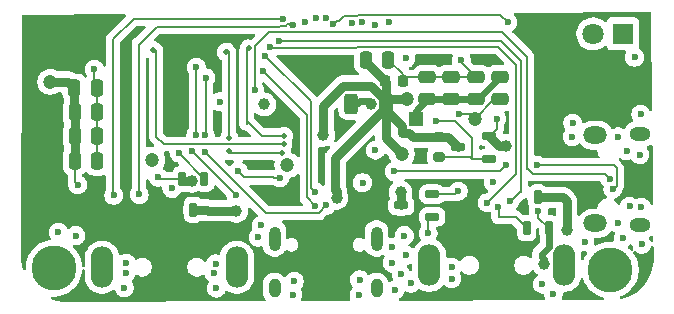
<source format=gbr>
%TF.GenerationSoftware,KiCad,Pcbnew,9.0.3*%
%TF.CreationDate,2025-09-25T12:47:50+01:00*%
%TF.ProjectId,power_bank,706f7765-725f-4626-916e-6b2e6b696361,rev?*%
%TF.SameCoordinates,Original*%
%TF.FileFunction,Copper,L4,Bot*%
%TF.FilePolarity,Positive*%
%FSLAX46Y46*%
G04 Gerber Fmt 4.6, Leading zero omitted, Abs format (unit mm)*
G04 Created by KiCad (PCBNEW 9.0.3) date 2025-09-25 12:47:50*
%MOMM*%
%LPD*%
G01*
G04 APERTURE LIST*
G04 Aperture macros list*
%AMRoundRect*
0 Rectangle with rounded corners*
0 $1 Rounding radius*
0 $2 $3 $4 $5 $6 $7 $8 $9 X,Y pos of 4 corners*
0 Add a 4 corners polygon primitive as box body*
4,1,4,$2,$3,$4,$5,$6,$7,$8,$9,$2,$3,0*
0 Add four circle primitives for the rounded corners*
1,1,$1+$1,$2,$3*
1,1,$1+$1,$4,$5*
1,1,$1+$1,$6,$7*
1,1,$1+$1,$8,$9*
0 Add four rect primitives between the rounded corners*
20,1,$1+$1,$2,$3,$4,$5,0*
20,1,$1+$1,$4,$5,$6,$7,0*
20,1,$1+$1,$6,$7,$8,$9,0*
20,1,$1+$1,$8,$9,$2,$3,0*%
G04 Aperture macros list end*
%TA.AperFunction,ComponentPad*%
%ADD10C,3.800000*%
%TD*%
%TA.AperFunction,HeatsinkPad*%
%ADD11O,1.800000X1.150000*%
%TD*%
%TA.AperFunction,HeatsinkPad*%
%ADD12O,2.000000X1.450000*%
%TD*%
%TA.AperFunction,ComponentPad*%
%ADD13R,1.200000X1.200000*%
%TD*%
%TA.AperFunction,ComponentPad*%
%ADD14C,1.200000*%
%TD*%
%TA.AperFunction,HeatsinkPad*%
%ADD15O,1.900000X3.500000*%
%TD*%
%TA.AperFunction,ComponentPad*%
%ADD16R,1.800000X1.800000*%
%TD*%
%TA.AperFunction,ComponentPad*%
%ADD17C,1.800000*%
%TD*%
%TA.AperFunction,HeatsinkPad*%
%ADD18O,1.000000X2.100000*%
%TD*%
%TA.AperFunction,HeatsinkPad*%
%ADD19O,1.000000X1.600000*%
%TD*%
%TA.AperFunction,SMDPad,CuDef*%
%ADD20RoundRect,0.250000X0.475000X-0.250000X0.475000X0.250000X-0.475000X0.250000X-0.475000X-0.250000X0*%
%TD*%
%TA.AperFunction,SMDPad,CuDef*%
%ADD21RoundRect,0.250000X-0.250000X-0.475000X0.250000X-0.475000X0.250000X0.475000X-0.250000X0.475000X0*%
%TD*%
%TA.AperFunction,SMDPad,CuDef*%
%ADD22RoundRect,0.225000X0.225000X0.250000X-0.225000X0.250000X-0.225000X-0.250000X0.225000X-0.250000X0*%
%TD*%
%TA.AperFunction,SMDPad,CuDef*%
%ADD23RoundRect,0.200000X-0.275000X0.200000X-0.275000X-0.200000X0.275000X-0.200000X0.275000X0.200000X0*%
%TD*%
%TA.AperFunction,SMDPad,CuDef*%
%ADD24RoundRect,0.162500X-0.162500X0.447500X-0.162500X-0.447500X0.162500X-0.447500X0.162500X0.447500X0*%
%TD*%
%TA.AperFunction,SMDPad,CuDef*%
%ADD25RoundRect,0.162500X0.447500X0.162500X-0.447500X0.162500X-0.447500X-0.162500X0.447500X-0.162500X0*%
%TD*%
%TA.AperFunction,SMDPad,CuDef*%
%ADD26RoundRect,0.162500X0.162500X-0.447500X0.162500X0.447500X-0.162500X0.447500X-0.162500X-0.447500X0*%
%TD*%
%TA.AperFunction,SMDPad,CuDef*%
%ADD27RoundRect,0.250000X-0.475000X0.250000X-0.475000X-0.250000X0.475000X-0.250000X0.475000X0.250000X0*%
%TD*%
%TA.AperFunction,SMDPad,CuDef*%
%ADD28RoundRect,0.250000X0.250000X0.475000X-0.250000X0.475000X-0.250000X-0.475000X0.250000X-0.475000X0*%
%TD*%
%TA.AperFunction,SMDPad,CuDef*%
%ADD29RoundRect,0.250000X0.312500X0.625000X-0.312500X0.625000X-0.312500X-0.625000X0.312500X-0.625000X0*%
%TD*%
%TA.AperFunction,ViaPad*%
%ADD30C,1.000000*%
%TD*%
%TA.AperFunction,ViaPad*%
%ADD31C,0.600000*%
%TD*%
%TA.AperFunction,ViaPad*%
%ADD32C,1.200000*%
%TD*%
%TA.AperFunction,ViaPad*%
%ADD33C,0.500000*%
%TD*%
%TA.AperFunction,Conductor*%
%ADD34C,0.600000*%
%TD*%
%TA.AperFunction,Conductor*%
%ADD35C,0.200000*%
%TD*%
%TA.AperFunction,Conductor*%
%ADD36C,0.800000*%
%TD*%
G04 APERTURE END LIST*
D10*
%TO.P,H2,1,1*%
%TO.N,GND*%
X93530000Y-117160000D03*
%TD*%
D11*
%TO.P,J4,6,Shield*%
%TO.N,GND*%
X143185000Y-113510000D03*
D12*
X139385000Y-113360000D03*
X139385000Y-105910000D03*
D11*
X143185000Y-105760000D03*
%TD*%
D13*
%TO.P,C1,1*%
%TO.N,VSYS*%
X124180000Y-104490000D03*
D14*
%TO.P,C1,2*%
%TO.N,GND*%
X129180000Y-104490000D03*
%TD*%
D10*
%TO.P,H1,1,1*%
%TO.N,GND*%
X140640000Y-117310000D03*
%TD*%
D15*
%TO.P,J1,5,Shield*%
%TO.N,GND*%
X109020000Y-117070000D03*
X97620000Y-117070000D03*
%TD*%
%TO.P,J2,5,Shield*%
%TO.N,GND*%
X136720000Y-116920000D03*
X125320000Y-116920000D03*
%TD*%
D16*
%TO.P,D3,1,K*%
%TO.N,GND*%
X141710000Y-97330000D03*
D17*
%TO.P,D3,2,A*%
%TO.N,Net-(D3-A)*%
X139170000Y-97330000D03*
%TD*%
D18*
%TO.P,J5,S1,SHIELD*%
%TO.N,GND*%
X112210000Y-114650000D03*
D19*
X112210000Y-118830000D03*
D18*
X120850000Y-114650000D03*
D19*
X120850000Y-118830000D03*
%TD*%
D20*
%TO.P,CBAT1..7,1*%
%TO.N,VSYS*%
X127190000Y-102870000D03*
%TO.P,CBAT1..7,2*%
%TO.N,GND*%
X127190000Y-100970000D03*
%TD*%
D21*
%TO.P,CBAT1..4,1*%
%TO.N,VBAT+*%
X95290000Y-106010000D03*
%TO.P,CBAT1..4,2*%
%TO.N,GND*%
X97190000Y-106010000D03*
%TD*%
%TO.P,CBAT1..1,1*%
%TO.N,VBAT+*%
X95260000Y-101910000D03*
%TO.P,CBAT1..1,2*%
%TO.N,GND*%
X97160000Y-101910000D03*
%TD*%
D22*
%TO.P,CIN1..5,1*%
%TO.N,GND*%
X123090000Y-101290000D03*
%TO.P,CIN1..5,2*%
%TO.N,VMID*%
X121540000Y-101290000D03*
%TD*%
D23*
%TO.P,RNTC2,1*%
%TO.N,VMID*%
X126100000Y-106085000D03*
%TO.P,RNTC2,2*%
%TO.N,VING*%
X126100000Y-107735000D03*
%TD*%
D24*
%TO.P,Q3,1,D*%
%TO.N,VOUT1*%
X104380000Y-109610000D03*
%TO.P,Q3,2,G*%
%TO.N,VOUT1G*%
X106280000Y-109610000D03*
%TO.P,Q3,3,S*%
%TO.N,VMID*%
X105330000Y-112230000D03*
%TD*%
D25*
%TO.P,Q1,1,D*%
%TO.N,VIN*%
X130400000Y-105990000D03*
%TO.P,Q1,2,G*%
%TO.N,VING*%
X130400000Y-107890000D03*
%TO.P,Q1,3,S*%
%TO.N,VMID*%
X127780000Y-106940000D03*
%TD*%
D21*
%TO.P,CBAT1..5,1*%
%TO.N,VBAT+*%
X95290000Y-108100000D03*
%TO.P,CBAT1..5,2*%
%TO.N,GND*%
X97190000Y-108100000D03*
%TD*%
D25*
%TO.P,Q4,1,D*%
%TO.N,VBUS*%
X125550000Y-110900000D03*
%TO.P,Q4,2,G*%
%TO.N,VBUSG*%
X125550000Y-112800000D03*
%TO.P,Q4,3,S*%
%TO.N,VMID*%
X122930000Y-111850000D03*
%TD*%
D26*
%TO.P,Q2,1,D*%
%TO.N,VOUT2*%
X135460000Y-113790000D03*
%TO.P,Q2,2,G*%
%TO.N,VOUT2G*%
X133560000Y-113790000D03*
%TO.P,Q2,3,S*%
%TO.N,VMID*%
X134510000Y-111170000D03*
%TD*%
D20*
%TO.P,CBAT1..6,1*%
%TO.N,VSYS*%
X125140000Y-102870000D03*
%TO.P,CBAT1..6,2*%
%TO.N,GND*%
X125140000Y-100970000D03*
%TD*%
D27*
%TO.P,CBAT1..9,1*%
%TO.N,VSYS*%
X131310000Y-100980000D03*
%TO.P,CBAT1..9,2*%
%TO.N,GND*%
X131310000Y-102880000D03*
%TD*%
D28*
%TO.P,CIN1..6,1*%
%TO.N,GND*%
X121860000Y-99510000D03*
%TO.P,CIN1..6,2*%
%TO.N,VMID*%
X119960000Y-99510000D03*
%TD*%
D20*
%TO.P,CBAT1..8,1*%
%TO.N,VSYS*%
X129260000Y-102870000D03*
%TO.P,CBAT1..8,2*%
%TO.N,GND*%
X129260000Y-100970000D03*
%TD*%
D29*
%TO.P,RNTC1,1*%
%TO.N,VMID*%
X121612500Y-103220000D03*
%TO.P,RNTC1,2*%
%TO.N,VSYS*%
X118687500Y-103220000D03*
%TD*%
D21*
%TO.P,CBAT1..3,1*%
%TO.N,VBAT+*%
X95280000Y-103950000D03*
%TO.P,CBAT1..3,2*%
%TO.N,GND*%
X97180000Y-103950000D03*
%TD*%
D30*
%TO.N,VSYS*%
X111340000Y-103300000D03*
X120340000Y-103260000D03*
D31*
%TO.N,GND*%
X142690000Y-99300000D03*
X123750000Y-118430000D03*
X141730000Y-114590000D03*
X127810000Y-104140000D03*
X122920000Y-117690000D03*
X113890000Y-118280000D03*
X99500000Y-118810000D03*
X99620000Y-117600000D03*
X134880000Y-118510000D03*
X113750000Y-119410000D03*
X103520000Y-110410000D03*
X107270000Y-118850000D03*
X143220000Y-104140000D03*
X96960000Y-100320000D03*
X141330000Y-113360000D03*
X135820000Y-119320000D03*
X141310000Y-106050000D03*
X143290000Y-115130000D03*
X127220000Y-117060000D03*
X122170000Y-116710000D03*
X138470000Y-114940000D03*
X137450000Y-104870000D03*
X120750000Y-107160000D03*
X107060000Y-117550000D03*
X123350000Y-116080000D03*
X110830000Y-114540000D03*
X111070000Y-113530000D03*
X122180000Y-115370000D03*
X107570000Y-103060000D03*
X143150000Y-107540000D03*
X143270000Y-111980000D03*
X122370000Y-119030000D03*
X137410000Y-106020000D03*
X119360000Y-119430000D03*
X119410000Y-118140000D03*
X93920000Y-114120000D03*
X95400000Y-114400000D03*
X142270000Y-111920000D03*
X107220000Y-116780000D03*
X127210000Y-118040000D03*
X128020000Y-99520000D03*
X99660000Y-116740000D03*
X127810000Y-104150000D03*
X142020000Y-107220000D03*
%TO.N,VBAT+*%
X123345000Y-99385000D03*
D32*
X93230000Y-101380000D03*
D31*
X95540000Y-110100000D03*
D32*
%TO.N,/POWER_SOC/ledx*%
X101870000Y-107970000D03*
X113290000Y-108460000D03*
D30*
%TO.N,VMID*%
X136960000Y-113920000D03*
D32*
X122980000Y-107520000D03*
D30*
X116341000Y-105891000D03*
X108990000Y-112300000D03*
D32*
X123460000Y-102800000D03*
D30*
X117460000Y-111210000D03*
X122890000Y-110730000D03*
D31*
%TO.N,VBUS*%
X127760000Y-110640000D03*
X119590000Y-96300000D03*
X119660000Y-109929000D03*
D33*
%TO.N,LED3*%
X112870000Y-107440000D03*
X108360000Y-106100000D03*
X108100000Y-98860000D03*
X108380000Y-107270000D03*
D31*
%TO.N,DMA1*%
X113760000Y-96571000D03*
X100750000Y-110920000D03*
X100750000Y-110920000D03*
X100750000Y-110920000D03*
%TO.N,DPA1*%
X112941002Y-96031000D03*
X98600000Y-111000000D03*
%TO.N,DMA2*%
X112600000Y-97900000D03*
X132120000Y-111510000D03*
%TO.N,DPA2*%
X111840000Y-98470000D03*
X111840000Y-98470000D03*
X130230000Y-111630000D03*
X111840000Y-98470000D03*
%TO.N,DPC*%
X116610000Y-111840000D03*
X106370000Y-101040000D03*
X106340000Y-107360000D03*
X106340000Y-105920000D03*
%TO.N,DMC*%
X111260000Y-100483775D03*
X115670000Y-111910000D03*
%TO.N,CC1*%
X111440000Y-99197862D03*
X115640000Y-110690000D03*
%TO.N,CC2*%
X105600000Y-100170000D03*
X105539997Y-105920000D03*
X108930000Y-110960000D03*
X105240000Y-107280000D03*
%TO.N,DMB*%
X131850000Y-108410000D03*
X112660000Y-109489000D03*
X122330000Y-108970000D03*
X134470000Y-108460000D03*
X109140000Y-108970000D03*
X140850000Y-110440000D03*
%TO.N,DPB*%
X140580000Y-109570000D03*
X110540000Y-102080000D03*
%TO.N,VING*%
X120760000Y-96540000D03*
X125910000Y-104690000D03*
%TO.N,VOUT2G*%
X116552851Y-95997809D03*
X131130000Y-111940000D03*
%TO.N,VOUT1G*%
X115740000Y-96020000D03*
X104120000Y-107410000D03*
%TO.N,VBUSG*%
X118740000Y-96430000D03*
X125210000Y-114210000D03*
X123210000Y-114400000D03*
D33*
%TO.N,LED1*%
X113030000Y-105930000D03*
X113030000Y-105930000D03*
X113030000Y-105930000D03*
X110010000Y-98550000D03*
%TO.N,LED2*%
X112980000Y-106660000D03*
X101900000Y-98680000D03*
D31*
%TO.N,VIN*%
X131010000Y-104500000D03*
X121900000Y-96310000D03*
D30*
X131850000Y-106820000D03*
%TO.N,VOUT2*%
X134990000Y-116790000D03*
D31*
X131960000Y-96350000D03*
X134560000Y-112290000D03*
X130740000Y-109900000D03*
X117194972Y-96474972D03*
%TO.N,VOUT1*%
X114790000Y-96350000D03*
D30*
X105230000Y-109770000D03*
D31*
X102360000Y-109470000D03*
%TD*%
D34*
%TO.N,VSYS*%
X127190000Y-102870000D02*
X129260000Y-102870000D01*
X120110000Y-103030000D02*
X119427500Y-103030000D01*
X124180000Y-104490000D02*
X124180000Y-103830000D01*
X129420000Y-102870000D02*
X131310000Y-100980000D01*
X119427500Y-103030000D02*
X119267500Y-103190000D01*
X120340000Y-103260000D02*
X120110000Y-103030000D01*
X125140000Y-102870000D02*
X127190000Y-102870000D01*
X124180000Y-103830000D02*
X125140000Y-102870000D01*
X129260000Y-102870000D02*
X129420000Y-102870000D01*
D35*
%TO.N,GND*%
X123410000Y-100970000D02*
X123090000Y-101290000D01*
X123090000Y-100740000D02*
X121860000Y-99510000D01*
X130790000Y-102880000D02*
X131310000Y-102880000D01*
X96960000Y-101710000D02*
X97160000Y-101910000D01*
X128020000Y-99730000D02*
X129260000Y-100970000D01*
X97190000Y-106010000D02*
X97190000Y-108100000D01*
X127810000Y-104150000D02*
X128840000Y-104150000D01*
X129180000Y-104490000D02*
X130790000Y-102880000D01*
X97180000Y-106000000D02*
X97190000Y-106010000D01*
X96960000Y-100320000D02*
X96960000Y-101710000D01*
X97180000Y-103950000D02*
X97180000Y-106000000D01*
X123090000Y-101290000D02*
X123090000Y-100740000D01*
X97160000Y-103930000D02*
X97180000Y-103950000D01*
X97160000Y-101910000D02*
X97160000Y-103930000D01*
X128020000Y-99520000D02*
X128020000Y-99730000D01*
X129260000Y-100970000D02*
X125140000Y-100970000D01*
X125140000Y-100970000D02*
X123410000Y-100970000D01*
X128840000Y-104150000D02*
X129180000Y-104490000D01*
D36*
%TO.N,VBAT+*%
X95280000Y-103950000D02*
X95280000Y-106000000D01*
X95280000Y-106000000D02*
X95290000Y-106010000D01*
X95260000Y-101910000D02*
X95260000Y-103930000D01*
X93230000Y-101380000D02*
X94730000Y-101380000D01*
X95260000Y-103930000D02*
X95280000Y-103950000D01*
X95290000Y-106010000D02*
X95290000Y-108100000D01*
X94730000Y-101380000D02*
X95260000Y-101910000D01*
D35*
X95540000Y-110100000D02*
X95290000Y-109850000D01*
X95290000Y-109850000D02*
X95290000Y-108100000D01*
D36*
%TO.N,VMID*%
X121612500Y-103220000D02*
X121612500Y-103732500D01*
X126925000Y-106085000D02*
X127780000Y-106940000D01*
X121612500Y-101362500D02*
X121540000Y-101290000D01*
X122979000Y-105691000D02*
X123571000Y-105691000D01*
X116341000Y-105720000D02*
X116341000Y-105891000D01*
X123460000Y-102800000D02*
X122032500Y-102800000D01*
X123571000Y-105691000D02*
X123965000Y-106085000D01*
X106570000Y-112300000D02*
X106500000Y-112230000D01*
X121612500Y-106152500D02*
X122980000Y-107520000D01*
X121612500Y-103544550D02*
X121612500Y-103220000D01*
X108990000Y-112300000D02*
X106570000Y-112300000D01*
X121003525Y-102366475D02*
X120381050Y-101744000D01*
X121612500Y-102975450D02*
X121003525Y-102366475D01*
X117350000Y-110510000D02*
X117350000Y-107807050D01*
X121612500Y-103220000D02*
X121612500Y-101362500D01*
X126100000Y-106085000D02*
X126925000Y-106085000D01*
X136960000Y-113920000D02*
X136960000Y-111510000D01*
X121540000Y-101290000D02*
X119960000Y-99710000D01*
X118015576Y-101744000D02*
X116341000Y-103418576D01*
X117460000Y-111210000D02*
X117460000Y-110620000D01*
X119960000Y-99710000D02*
X119960000Y-99480000D01*
X116341000Y-103418576D02*
X116341000Y-105720000D01*
X121612500Y-103220000D02*
X121612500Y-106152500D01*
X106500000Y-112230000D02*
X105330000Y-112230000D01*
X123965000Y-106085000D02*
X126100000Y-106085000D01*
X122890000Y-110730000D02*
X122890000Y-111810000D01*
X120381050Y-101744000D02*
X118015576Y-101744000D01*
X122890000Y-111810000D02*
X122930000Y-111850000D01*
X117350000Y-107807050D02*
X121612500Y-103544550D01*
X117460000Y-110620000D02*
X117350000Y-110510000D01*
X121612500Y-103220000D02*
X121612500Y-102975450D01*
X136620000Y-111170000D02*
X134510000Y-111170000D01*
X122979000Y-105099000D02*
X122979000Y-105691000D01*
X121612500Y-103732500D02*
X122979000Y-105099000D01*
X122032500Y-102800000D02*
X121612500Y-103220000D01*
X136960000Y-111510000D02*
X136620000Y-111170000D01*
D35*
%TO.N,VBUS*%
X127760000Y-110640000D02*
X127760000Y-110660000D01*
X127520000Y-110900000D02*
X125550000Y-110900000D01*
X127760000Y-110660000D02*
X127520000Y-110900000D01*
%TO.N,LED3*%
X108550000Y-107440000D02*
X108380000Y-107270000D01*
X112870000Y-107440000D02*
X108550000Y-107440000D01*
X108360000Y-106100000D02*
X108360000Y-98850000D01*
X108360000Y-98850000D02*
X108200000Y-98690000D01*
%TO.N,DMA1*%
X113188943Y-96631000D02*
X113289943Y-96530000D01*
X102250000Y-96700000D02*
X112622057Y-96700000D01*
X112691057Y-96631000D02*
X113188943Y-96631000D01*
X113440000Y-96530000D02*
X113480000Y-96570000D01*
X100750000Y-98170000D02*
X100780000Y-98170000D01*
X112622057Y-96700000D02*
X112691057Y-96631000D01*
X100780000Y-98170000D02*
X102250000Y-96700000D01*
X113289943Y-96530000D02*
X113440000Y-96530000D01*
X100750000Y-98170000D02*
X100750000Y-110920000D01*
X100730000Y-98150000D02*
X100750000Y-98170000D01*
X113759000Y-96570000D02*
X113760000Y-96571000D01*
X113480000Y-96570000D02*
X113759000Y-96570000D01*
%TO.N,DPA1*%
X112701849Y-96030000D02*
X100350000Y-96030000D01*
X100350000Y-96030000D02*
X100180000Y-96200000D01*
X98540000Y-97770000D02*
X98540000Y-110940000D01*
X112871849Y-96200000D02*
X112701849Y-96030000D01*
X98540000Y-110940000D02*
X98600000Y-111000000D01*
X100280000Y-96030000D02*
X98540000Y-97770000D01*
%TO.N,DMA2*%
X133090000Y-110630000D02*
X132210000Y-111510000D01*
X132210000Y-111510000D02*
X132120000Y-111510000D01*
X133090000Y-99695000D02*
X133090000Y-110725000D01*
X133080000Y-99685000D02*
X133090000Y-99695000D01*
X131410000Y-97900000D02*
X133090000Y-99580000D01*
X112600000Y-97900000D02*
X131410000Y-97900000D01*
X133090000Y-99580000D02*
X133090000Y-99695000D01*
X133090000Y-110725000D02*
X133080000Y-110735000D01*
%TO.N,DPA2*%
X111840000Y-98470000D02*
X111871000Y-98501000D01*
X132689000Y-99979000D02*
X132689000Y-109171000D01*
X119200000Y-98430000D02*
X131140000Y-98430000D01*
X132689000Y-109171000D02*
X130230000Y-111630000D01*
X119129000Y-98501000D02*
X119200000Y-98430000D01*
X131140000Y-98430000D02*
X132689000Y-99979000D01*
X111871000Y-98501000D02*
X119129000Y-98501000D01*
%TO.N,DPC*%
X106370000Y-101040000D02*
X106370000Y-105890000D01*
X111491000Y-112511000D02*
X115939000Y-112511000D01*
X106370000Y-105890000D02*
X106340000Y-105920000D01*
X106340000Y-107360000D02*
X111491000Y-112511000D01*
X115939000Y-112511000D02*
X116610000Y-111840000D01*
%TO.N,DMC*%
X114930000Y-104153775D02*
X114930000Y-104420000D01*
X114930000Y-111170000D02*
X115670000Y-111910000D01*
X111260000Y-100483775D02*
X114930000Y-104153775D01*
X114930000Y-104420000D02*
X114930000Y-111170000D01*
%TO.N,CC1*%
X111440000Y-99197862D02*
X115260000Y-103017862D01*
X115331000Y-110381000D02*
X115640000Y-110690000D01*
X115260000Y-103660000D02*
X115331000Y-103731000D01*
X115260000Y-103017862D02*
X115260000Y-103660000D01*
X115331000Y-103731000D02*
X115331000Y-110381000D01*
X111440000Y-99197862D02*
X111440000Y-99250000D01*
%TO.N,CC2*%
X105240000Y-107280000D02*
X108920000Y-110960000D01*
X105600000Y-105880000D02*
X105600000Y-100170000D01*
X105560000Y-105920000D02*
X105600000Y-105880000D01*
X105539997Y-105920000D02*
X105560000Y-105920000D01*
X108920000Y-110960000D02*
X108930000Y-110960000D01*
%TO.N,DMB*%
X141180000Y-110200000D02*
X141040000Y-110340000D01*
X141040000Y-110340000D02*
X141040000Y-110360000D01*
X141020000Y-108540000D02*
X141180000Y-108700000D01*
X141180000Y-108700000D02*
X141180000Y-110200000D01*
X131290000Y-108970000D02*
X131850000Y-108410000D01*
X140940000Y-108460000D02*
X141020000Y-108540000D01*
X134470000Y-108460000D02*
X140940000Y-108460000D01*
X112139000Y-109489000D02*
X112130000Y-109480000D01*
X109650000Y-109480000D02*
X109140000Y-108970000D01*
X122330000Y-108970000D02*
X131290000Y-108970000D01*
X112130000Y-109480000D02*
X109650000Y-109480000D01*
X112660000Y-109489000D02*
X112139000Y-109489000D01*
%TO.N,DPB*%
X133620000Y-99300000D02*
X133620000Y-108800000D01*
X111669000Y-97171000D02*
X115069000Y-97171000D01*
X131460000Y-97140000D02*
X133620000Y-99300000D01*
X140190000Y-109200000D02*
X140460000Y-109470000D01*
X115100000Y-97140000D02*
X131460000Y-97140000D01*
X133620000Y-108800000D02*
X133660000Y-108800000D01*
X133660000Y-108800000D02*
X134060000Y-109200000D01*
X110540000Y-102080000D02*
X110660000Y-101960000D01*
X110560000Y-98350000D02*
X111669000Y-97241000D01*
X134060000Y-109200000D02*
X140190000Y-109200000D01*
X115069000Y-97171000D02*
X115100000Y-97140000D01*
X110560000Y-102130000D02*
X110560000Y-98350000D01*
X111669000Y-97241000D02*
X111669000Y-97171000D01*
%TO.N,VING*%
X128755000Y-107735000D02*
X126100000Y-107735000D01*
X128910000Y-106180000D02*
X128910000Y-107890000D01*
X127480000Y-104690000D02*
X128940000Y-106150000D01*
X128940000Y-106150000D02*
X128910000Y-106180000D01*
X128910000Y-107890000D02*
X130400000Y-107890000D01*
X125910000Y-104690000D02*
X127480000Y-104690000D01*
X128910000Y-107890000D02*
X128755000Y-107735000D01*
%TO.N,VOUT2G*%
X131180000Y-112860000D02*
X132630000Y-112860000D01*
X131130000Y-111940000D02*
X131180000Y-111990000D01*
X131180000Y-111990000D02*
X131180000Y-112860000D01*
X132630000Y-112860000D02*
X133560000Y-113790000D01*
%TO.N,VOUT1G*%
X104120000Y-107450000D02*
X106280000Y-109610000D01*
X104120000Y-107410000D02*
X104120000Y-107450000D01*
%TO.N,VBUSG*%
X125210000Y-113140000D02*
X125550000Y-112800000D01*
X125210000Y-114210000D02*
X125210000Y-113140000D01*
%TO.N,LED1*%
X109840000Y-98720000D02*
X110010000Y-98550000D01*
X111120000Y-105930000D02*
X110980000Y-105790000D01*
X109840000Y-104940000D02*
X109840000Y-98720000D01*
X110960000Y-105790000D02*
X109940000Y-104770000D01*
X113030000Y-105930000D02*
X111120000Y-105930000D01*
X110980000Y-105790000D02*
X110960000Y-105790000D01*
%TO.N,LED2*%
X102200000Y-106030000D02*
X102200000Y-98710000D01*
X102830000Y-106660000D02*
X102200000Y-106030000D01*
X102100000Y-98880000D02*
X101900000Y-98680000D01*
X112980000Y-106660000D02*
X102830000Y-106660000D01*
%TO.N,VIN*%
X131010000Y-105380000D02*
X130400000Y-105990000D01*
D36*
X131850000Y-106820000D02*
X131230000Y-106820000D01*
X131230000Y-106820000D02*
X130400000Y-105990000D01*
D35*
X131010000Y-104500000D02*
X131010000Y-105380000D01*
%TO.N,VOUT2*%
X134560000Y-112290000D02*
X134560000Y-112890000D01*
D34*
X135460000Y-115350000D02*
X135460000Y-113790000D01*
X134830000Y-116210000D02*
X134830000Y-115980000D01*
X134990000Y-116370000D02*
X134830000Y-116210000D01*
D35*
X119341057Y-95699000D02*
X131309000Y-95699000D01*
X131309000Y-95699000D02*
X131960000Y-96350000D01*
X117465401Y-96204543D02*
X117695457Y-96204543D01*
D34*
X134830000Y-115980000D02*
X135460000Y-115350000D01*
D35*
X117695457Y-96204543D02*
X118071000Y-95829000D01*
D34*
X134990000Y-116790000D02*
X134990000Y-116370000D01*
D35*
X119211057Y-95829000D02*
X119341057Y-95699000D01*
X118071000Y-95829000D02*
X119211057Y-95829000D01*
X117194972Y-96474972D02*
X117465401Y-96204543D01*
X134560000Y-112890000D02*
X135460000Y-113790000D01*
%TO.N,VOUT1*%
X102500000Y-109610000D02*
X104380000Y-109610000D01*
X102360000Y-109470000D02*
X102500000Y-109610000D01*
D36*
X105230000Y-109770000D02*
X104540000Y-109770000D01*
X104540000Y-109770000D02*
X104380000Y-109610000D01*
%TD*%
%TA.AperFunction,NonConductor*%
G36*
X130906942Y-99050185D02*
G01*
X130927584Y-99066819D01*
X131628584Y-99767819D01*
X131662069Y-99829142D01*
X131657085Y-99898834D01*
X131615213Y-99954767D01*
X131549749Y-99979184D01*
X131540903Y-99979500D01*
X130784998Y-99979500D01*
X130784980Y-99979501D01*
X130682203Y-99990000D01*
X130682200Y-99990001D01*
X130515668Y-100045185D01*
X130515663Y-100045187D01*
X130435882Y-100094397D01*
X130366344Y-100137288D01*
X130366342Y-100137289D01*
X130360197Y-100141080D01*
X130359301Y-100139628D01*
X130302843Y-100162405D01*
X130234201Y-100149364D01*
X130209579Y-100131436D01*
X130209319Y-100131766D01*
X130203658Y-100127290D01*
X130203656Y-100127288D01*
X130089218Y-100056702D01*
X130054336Y-100035187D01*
X130054331Y-100035185D01*
X130052862Y-100034698D01*
X129887797Y-99980001D01*
X129887795Y-99980000D01*
X129785016Y-99969500D01*
X129785009Y-99969500D01*
X129160097Y-99969500D01*
X129093058Y-99949815D01*
X129072416Y-99933181D01*
X128853692Y-99714457D01*
X128820207Y-99653134D01*
X128819756Y-99602583D01*
X128820500Y-99598842D01*
X128820500Y-99441155D01*
X128820499Y-99441153D01*
X128806246Y-99369500D01*
X128789737Y-99286503D01*
X128775387Y-99251858D01*
X128754716Y-99201952D01*
X128747247Y-99132482D01*
X128778523Y-99070003D01*
X128838612Y-99034351D01*
X128869277Y-99030500D01*
X130839903Y-99030500D01*
X130906942Y-99050185D01*
G37*
%TD.AperFunction*%
%TA.AperFunction,NonConductor*%
G36*
X127202199Y-99039742D02*
G01*
X127233996Y-99047858D01*
X127235560Y-99049538D01*
X127237762Y-99050185D01*
X127259235Y-99074967D01*
X127281606Y-99098994D01*
X127282013Y-99101254D01*
X127283517Y-99102989D01*
X127288185Y-99135460D01*
X127294013Y-99167754D01*
X127293255Y-99170720D01*
X127293461Y-99172147D01*
X127285284Y-99201952D01*
X127250264Y-99286498D01*
X127250261Y-99286510D01*
X127219500Y-99441153D01*
X127219500Y-99598846D01*
X127250261Y-99753489D01*
X127250264Y-99753501D01*
X127268716Y-99798048D01*
X127276185Y-99867517D01*
X127244909Y-99929996D01*
X127184820Y-99965648D01*
X127154155Y-99969500D01*
X126664998Y-99969500D01*
X126664980Y-99969501D01*
X126562203Y-99980000D01*
X126562200Y-99980001D01*
X126395668Y-100035185D01*
X126395663Y-100035187D01*
X126246342Y-100127289D01*
X126241909Y-100130795D01*
X126177113Y-100156934D01*
X126108471Y-100143892D01*
X126088091Y-100130795D01*
X126083657Y-100127289D01*
X126083656Y-100127288D01*
X125979812Y-100063237D01*
X125934336Y-100035187D01*
X125934331Y-100035185D01*
X125932862Y-100034698D01*
X125767797Y-99980001D01*
X125767795Y-99980000D01*
X125665010Y-99969500D01*
X124614998Y-99969500D01*
X124614980Y-99969501D01*
X124512203Y-99980000D01*
X124512200Y-99980001D01*
X124345668Y-100035185D01*
X124345663Y-100035187D01*
X124196342Y-100127289D01*
X124072289Y-100251342D01*
X124072288Y-100251344D01*
X124038208Y-100306598D01*
X124035741Y-100310597D01*
X124028153Y-100317421D01*
X124023915Y-100326703D01*
X124002615Y-100340391D01*
X123983793Y-100357321D01*
X123972157Y-100359965D01*
X123965137Y-100364477D01*
X123930202Y-100369500D01*
X123683404Y-100369500D01*
X123616365Y-100349815D01*
X123570610Y-100297011D01*
X123560666Y-100227853D01*
X123589691Y-100164297D01*
X123635952Y-100130939D01*
X123724172Y-100094397D01*
X123724172Y-100094396D01*
X123724179Y-100094394D01*
X123855289Y-100006789D01*
X123966789Y-99895289D01*
X124054394Y-99764179D01*
X124114737Y-99618497D01*
X124145500Y-99463842D01*
X124145500Y-99306158D01*
X124145500Y-99306155D01*
X124145499Y-99306153D01*
X124120146Y-99178691D01*
X124126373Y-99109100D01*
X124169236Y-99053922D01*
X124235126Y-99030678D01*
X124241763Y-99030500D01*
X127170723Y-99030500D01*
X127202199Y-99039742D01*
G37*
%TD.AperFunction*%
%TA.AperFunction,NonConductor*%
G36*
X118902539Y-99121185D02*
G01*
X118948294Y-99173989D01*
X118959500Y-99225500D01*
X118959500Y-100035001D01*
X118959501Y-100035019D01*
X118970000Y-100137796D01*
X118970001Y-100137799D01*
X119025185Y-100304331D01*
X119025187Y-100304336D01*
X119041392Y-100330609D01*
X119117288Y-100453656D01*
X119241344Y-100577712D01*
X119300114Y-100613961D01*
X119346838Y-100665909D01*
X119358061Y-100734872D01*
X119330217Y-100798954D01*
X119272149Y-100837810D01*
X119235017Y-100843500D01*
X117926879Y-100843500D01*
X117752917Y-100878103D01*
X117752909Y-100878105D01*
X117702002Y-100899191D01*
X117701988Y-100899197D01*
X117697259Y-100901157D01*
X117589029Y-100945987D01*
X117520681Y-100991656D01*
X117514822Y-100995571D01*
X117441537Y-101044537D01*
X115876405Y-102609669D01*
X115868460Y-102614006D01*
X115863035Y-102621255D01*
X115838272Y-102630491D01*
X115815082Y-102643154D01*
X115806053Y-102642508D01*
X115797571Y-102645672D01*
X115771748Y-102640055D01*
X115745390Y-102638170D01*
X115736337Y-102632352D01*
X115729298Y-102630821D01*
X115701045Y-102609671D01*
X115628716Y-102537342D01*
X115628713Y-102537340D01*
X112404554Y-99313181D01*
X112371069Y-99251858D01*
X112376053Y-99182166D01*
X112417925Y-99126233D01*
X112483389Y-99101816D01*
X112492235Y-99101500D01*
X118835500Y-99101500D01*
X118902539Y-99121185D01*
G37*
%TD.AperFunction*%
%TA.AperFunction,NonConductor*%
G36*
X131981325Y-103873039D02*
G01*
X132008201Y-103875047D01*
X132014991Y-103880164D01*
X132023312Y-103881925D01*
X132042477Y-103900875D01*
X132064002Y-103917095D01*
X132066948Y-103925072D01*
X132072995Y-103931051D01*
X132078872Y-103957354D01*
X132088211Y-103982636D01*
X132088500Y-103991091D01*
X132088500Y-105696471D01*
X132068815Y-105763510D01*
X132016011Y-105809265D01*
X131954633Y-105819495D01*
X131954633Y-105819500D01*
X131954606Y-105819500D01*
X131952356Y-105819875D01*
X131948545Y-105819500D01*
X131948541Y-105819500D01*
X131751459Y-105819500D01*
X131751454Y-105819500D01*
X131678910Y-105833930D01*
X131609318Y-105827703D01*
X131554141Y-105784840D01*
X131530897Y-105718950D01*
X131546965Y-105650953D01*
X131547223Y-105650502D01*
X131548544Y-105648215D01*
X131569577Y-105611785D01*
X131610500Y-105459058D01*
X131610500Y-105300943D01*
X131610500Y-105079765D01*
X131630185Y-105012726D01*
X131631398Y-105010874D01*
X131648687Y-104985000D01*
X131719394Y-104879179D01*
X131720213Y-104877203D01*
X131762842Y-104774285D01*
X131779737Y-104733497D01*
X131810500Y-104578842D01*
X131810500Y-104421158D01*
X131810500Y-104421155D01*
X131810499Y-104421153D01*
X131801020Y-104373501D01*
X131779737Y-104266503D01*
X131759997Y-104218846D01*
X131719397Y-104120827D01*
X131719390Y-104120814D01*
X131687702Y-104073390D01*
X131686106Y-104068293D01*
X131682309Y-104064539D01*
X131675775Y-104035301D01*
X131666824Y-104006713D01*
X131668236Y-104001563D01*
X131667072Y-103996351D01*
X131677382Y-103968222D01*
X131685308Y-103939333D01*
X131689280Y-103935764D01*
X131691119Y-103930750D01*
X131715000Y-103912661D01*
X131737287Y-103892642D01*
X131743696Y-103890925D01*
X131746816Y-103888563D01*
X131764902Y-103885247D01*
X131781261Y-103880867D01*
X131786028Y-103880499D01*
X131835008Y-103880499D01*
X131937797Y-103869999D01*
X131942578Y-103868414D01*
X131954957Y-103867459D01*
X131981325Y-103873039D01*
G37*
%TD.AperFunction*%
%TA.AperFunction,NonConductor*%
G36*
X107163392Y-103751067D02*
G01*
X107190812Y-103769389D01*
X107190827Y-103769397D01*
X107312689Y-103819873D01*
X107336503Y-103829737D01*
X107488639Y-103859999D01*
X107491153Y-103860499D01*
X107491156Y-103860500D01*
X107635500Y-103860500D01*
X107702539Y-103880185D01*
X107748294Y-103932989D01*
X107759500Y-103984500D01*
X107759500Y-105610232D01*
X107739815Y-105677271D01*
X107738603Y-105679122D01*
X107694914Y-105744508D01*
X107638343Y-105881082D01*
X107638340Y-105881094D01*
X107622706Y-105959691D01*
X107607995Y-105987814D01*
X107594802Y-106016703D01*
X107591912Y-106018560D01*
X107590321Y-106021602D01*
X107562735Y-106037310D01*
X107536024Y-106054477D01*
X107531430Y-106055137D01*
X107529605Y-106056177D01*
X107501089Y-106059500D01*
X107264500Y-106059500D01*
X107197461Y-106039815D01*
X107151706Y-105987011D01*
X107140500Y-105935500D01*
X107140500Y-105841155D01*
X107140499Y-105841153D01*
X107137684Y-105826999D01*
X107109737Y-105686503D01*
X107049394Y-105540821D01*
X106991397Y-105454022D01*
X106970520Y-105387346D01*
X106970500Y-105385133D01*
X106970500Y-103854168D01*
X106990185Y-103787129D01*
X107042989Y-103741374D01*
X107112147Y-103731430D01*
X107163392Y-103751067D01*
G37*
%TD.AperFunction*%
%TA.AperFunction,NonConductor*%
G36*
X110527942Y-97320185D02*
G01*
X110573697Y-97372989D01*
X110583641Y-97442147D01*
X110554616Y-97505703D01*
X110548602Y-97512161D01*
X110312589Y-97748175D01*
X110278706Y-97782058D01*
X110217383Y-97815542D01*
X110166833Y-97815993D01*
X110083920Y-97799500D01*
X110083918Y-97799500D01*
X109936082Y-97799500D01*
X109936080Y-97799500D01*
X109791092Y-97828340D01*
X109791082Y-97828343D01*
X109654511Y-97884912D01*
X109654498Y-97884919D01*
X109531584Y-97967048D01*
X109531580Y-97967051D01*
X109427051Y-98071580D01*
X109427048Y-98071584D01*
X109344919Y-98194498D01*
X109344912Y-98194511D01*
X109288343Y-98331082D01*
X109288340Y-98331092D01*
X109259500Y-98476079D01*
X109259500Y-98549973D01*
X109258452Y-98553540D01*
X109255275Y-98582066D01*
X109239499Y-98640943D01*
X109239499Y-98809046D01*
X109239500Y-98809059D01*
X109239500Y-105019057D01*
X109272931Y-105143821D01*
X109280423Y-105171783D01*
X109280426Y-105171790D01*
X109359475Y-105308709D01*
X109359479Y-105308714D01*
X109359480Y-105308716D01*
X109471284Y-105420520D01*
X109471286Y-105420521D01*
X109471290Y-105420524D01*
X109538034Y-105459058D01*
X109608216Y-105499577D01*
X109760943Y-105540500D01*
X109809903Y-105540500D01*
X109876942Y-105560185D01*
X109897584Y-105576819D01*
X110168584Y-105847819D01*
X110202069Y-105909142D01*
X110197085Y-105978834D01*
X110155213Y-106034767D01*
X110089749Y-106059184D01*
X110080903Y-106059500D01*
X109218911Y-106059500D01*
X109151872Y-106039815D01*
X109106117Y-105987011D01*
X109097294Y-105959691D01*
X109090367Y-105924873D01*
X109081658Y-105881087D01*
X109025084Y-105744505D01*
X108981396Y-105679121D01*
X108960520Y-105612444D01*
X108960500Y-105610232D01*
X108960500Y-98770945D01*
X108960500Y-98770943D01*
X108938161Y-98687573D01*
X108919577Y-98618215D01*
X108881274Y-98551873D01*
X108881274Y-98551872D01*
X108840522Y-98481287D01*
X108840521Y-98481286D01*
X108840520Y-98481284D01*
X108728716Y-98369480D01*
X108728715Y-98369479D01*
X108724385Y-98365149D01*
X108724374Y-98365139D01*
X108568718Y-98209483D01*
X108568716Y-98209481D01*
X108431785Y-98130423D01*
X108279057Y-98089499D01*
X108120943Y-98089499D01*
X108062066Y-98105275D01*
X108029973Y-98109500D01*
X108026080Y-98109500D01*
X107881092Y-98138340D01*
X107881082Y-98138343D01*
X107744511Y-98194912D01*
X107744498Y-98194919D01*
X107621584Y-98277048D01*
X107621580Y-98277051D01*
X107517051Y-98381580D01*
X107517048Y-98381584D01*
X107434919Y-98504498D01*
X107434912Y-98504511D01*
X107378343Y-98641082D01*
X107378340Y-98641092D01*
X107349500Y-98786079D01*
X107349500Y-98786082D01*
X107349500Y-98933918D01*
X107349500Y-98933920D01*
X107349499Y-98933920D01*
X107378340Y-99078907D01*
X107378343Y-99078917D01*
X107434912Y-99215488D01*
X107434919Y-99215501D01*
X107517048Y-99338415D01*
X107517051Y-99338419D01*
X107621581Y-99442949D01*
X107621584Y-99442951D01*
X107704392Y-99498281D01*
X107749195Y-99551891D01*
X107759500Y-99601382D01*
X107759500Y-102135500D01*
X107739815Y-102202539D01*
X107687011Y-102248294D01*
X107635500Y-102259500D01*
X107491155Y-102259500D01*
X107336510Y-102290261D01*
X107336498Y-102290264D01*
X107190827Y-102350602D01*
X107190816Y-102350608D01*
X107163390Y-102368934D01*
X107096712Y-102389811D01*
X107029332Y-102371326D01*
X106982643Y-102319346D01*
X106970500Y-102265831D01*
X106970500Y-101619765D01*
X106990185Y-101552726D01*
X106991398Y-101550874D01*
X107079390Y-101419185D01*
X107079390Y-101419184D01*
X107079394Y-101419179D01*
X107139737Y-101273497D01*
X107170500Y-101118842D01*
X107170500Y-100961158D01*
X107170500Y-100961155D01*
X107170499Y-100961153D01*
X107158174Y-100899191D01*
X107139737Y-100806503D01*
X107138374Y-100803212D01*
X107079397Y-100660827D01*
X107079390Y-100660814D01*
X106991789Y-100529711D01*
X106991786Y-100529707D01*
X106880292Y-100418213D01*
X106880288Y-100418210D01*
X106749185Y-100330609D01*
X106749172Y-100330602D01*
X106603501Y-100270264D01*
X106603491Y-100270261D01*
X106500308Y-100249736D01*
X106438397Y-100217350D01*
X106403823Y-100156634D01*
X106400500Y-100128119D01*
X106400500Y-100091155D01*
X106400499Y-100091153D01*
X106391356Y-100045187D01*
X106369737Y-99936503D01*
X106352666Y-99895289D01*
X106309397Y-99790827D01*
X106309390Y-99790814D01*
X106221789Y-99659711D01*
X106221786Y-99659707D01*
X106110292Y-99548213D01*
X106110288Y-99548210D01*
X105979185Y-99460609D01*
X105979172Y-99460602D01*
X105833501Y-99400264D01*
X105833489Y-99400261D01*
X105678845Y-99369500D01*
X105678842Y-99369500D01*
X105521158Y-99369500D01*
X105521155Y-99369500D01*
X105366510Y-99400261D01*
X105366498Y-99400264D01*
X105220827Y-99460602D01*
X105220814Y-99460609D01*
X105089711Y-99548210D01*
X105089707Y-99548213D01*
X104978213Y-99659707D01*
X104978210Y-99659711D01*
X104890609Y-99790814D01*
X104890602Y-99790827D01*
X104830264Y-99936498D01*
X104830261Y-99936510D01*
X104799500Y-100091153D01*
X104799500Y-100248846D01*
X104830261Y-100403489D01*
X104830264Y-100403501D01*
X104890602Y-100549172D01*
X104890609Y-100549185D01*
X104931579Y-100610500D01*
X104977239Y-100678835D01*
X104978602Y-100680874D01*
X104999480Y-100747551D01*
X104999500Y-100749765D01*
X104999500Y-105277056D01*
X104979815Y-105344095D01*
X104963181Y-105364737D01*
X104918210Y-105409707D01*
X104918207Y-105409711D01*
X104830606Y-105540814D01*
X104830599Y-105540827D01*
X104770261Y-105686498D01*
X104770258Y-105686510D01*
X104739497Y-105841153D01*
X104739497Y-105935500D01*
X104719812Y-106002539D01*
X104667008Y-106048294D01*
X104615497Y-106059500D01*
X103130098Y-106059500D01*
X103063059Y-106039815D01*
X103042417Y-106023181D01*
X102836819Y-105817583D01*
X102803334Y-105756260D01*
X102800500Y-105729902D01*
X102800500Y-98630945D01*
X102800500Y-98630943D01*
X102759577Y-98478216D01*
X102753018Y-98466855D01*
X102680524Y-98341290D01*
X102680518Y-98341282D01*
X102568717Y-98229481D01*
X102568716Y-98229480D01*
X102445933Y-98158592D01*
X102420253Y-98138886D01*
X102378419Y-98097051D01*
X102378415Y-98097048D01*
X102255501Y-98014919D01*
X102255488Y-98014912D01*
X102118917Y-97958343D01*
X102118903Y-97958339D01*
X102114544Y-97957472D01*
X102052634Y-97925085D01*
X102018062Y-97864368D01*
X102021805Y-97794598D01*
X102051057Y-97748177D01*
X102462416Y-97336819D01*
X102523739Y-97303334D01*
X102550097Y-97300500D01*
X110460903Y-97300500D01*
X110527942Y-97320185D01*
G37*
%TD.AperFunction*%
%TA.AperFunction,NonConductor*%
G36*
X117543833Y-103591754D02*
G01*
X117599767Y-103633625D01*
X117624184Y-103699089D01*
X117624500Y-103707935D01*
X117624500Y-103895000D01*
X117624501Y-103895019D01*
X117635000Y-103997796D01*
X117635001Y-103997799D01*
X117690185Y-104164331D01*
X117690187Y-104164336D01*
X117703937Y-104186628D01*
X117782288Y-104313656D01*
X117906344Y-104437712D01*
X118055666Y-104529814D01*
X118222203Y-104584999D01*
X118324991Y-104595500D01*
X118988688Y-104595499D01*
X119055727Y-104615183D01*
X119101482Y-104667987D01*
X119111426Y-104737146D01*
X119082401Y-104800702D01*
X119076369Y-104807180D01*
X117462664Y-106420885D01*
X117401341Y-106454370D01*
X117331649Y-106449386D01*
X117275716Y-106407514D01*
X117251299Y-106342050D01*
X117260422Y-106285752D01*
X117303049Y-106182839D01*
X117303051Y-106182835D01*
X117332504Y-106034767D01*
X117341500Y-105989543D01*
X117341500Y-105792456D01*
X117303052Y-105599171D01*
X117303051Y-105599165D01*
X117250939Y-105473354D01*
X117241500Y-105425902D01*
X117241500Y-103842937D01*
X117250145Y-103813493D01*
X117256668Y-103783511D01*
X117260422Y-103778495D01*
X117261185Y-103775898D01*
X117277810Y-103755265D01*
X117412823Y-103620251D01*
X117474141Y-103586770D01*
X117543833Y-103591754D01*
G37*
%TD.AperFunction*%
%TA.AperFunction,NonConductor*%
G36*
X101543374Y-99344328D02*
G01*
X101544380Y-99345000D01*
X101589190Y-99398605D01*
X101599500Y-99448109D01*
X101599500Y-105943330D01*
X101599499Y-105943348D01*
X101599499Y-106109054D01*
X101599498Y-106109054D01*
X101619266Y-106182829D01*
X101640423Y-106261785D01*
X101662013Y-106299179D01*
X101696839Y-106359500D01*
X101719479Y-106398715D01*
X101838349Y-106517585D01*
X101838355Y-106517590D01*
X101978584Y-106657819D01*
X102012069Y-106719142D01*
X102007085Y-106788834D01*
X101965213Y-106844767D01*
X101899749Y-106869184D01*
X101890903Y-106869500D01*
X101783389Y-106869500D01*
X101751192Y-106874599D01*
X101612301Y-106896597D01*
X101612297Y-106896598D01*
X101512817Y-106928921D01*
X101442976Y-106930916D01*
X101383144Y-106894835D01*
X101352316Y-106832134D01*
X101350500Y-106810990D01*
X101350500Y-99447441D01*
X101370185Y-99380402D01*
X101422989Y-99334647D01*
X101492147Y-99324703D01*
X101543374Y-99344328D01*
G37*
%TD.AperFunction*%
%TA.AperFunction,NonConductor*%
G36*
X129671390Y-106759347D02*
G01*
X129678397Y-106761530D01*
X129678398Y-106761531D01*
X129832113Y-106809430D01*
X129898909Y-106815500D01*
X129900614Y-106815499D01*
X129900926Y-106815591D01*
X129901727Y-106815628D01*
X129901718Y-106815823D01*
X129930067Y-106824141D01*
X129960065Y-106830667D01*
X129965063Y-106834409D01*
X129967654Y-106835169D01*
X129988319Y-106851818D01*
X129989320Y-106852819D01*
X130022805Y-106914142D01*
X130017821Y-106983834D01*
X129975949Y-107039767D01*
X129910485Y-107064184D01*
X129901661Y-107064500D01*
X129898901Y-107064500D01*
X129832117Y-107070568D01*
X129832106Y-107070571D01*
X129671390Y-107120652D01*
X129643983Y-107121103D01*
X129616853Y-107125005D01*
X129609554Y-107121671D01*
X129601530Y-107121804D01*
X129578229Y-107107366D01*
X129553297Y-107095980D01*
X129548958Y-107089229D01*
X129542138Y-107085003D01*
X129530343Y-107060262D01*
X129515523Y-107037202D01*
X129513870Y-107025711D01*
X129512070Y-107021934D01*
X129510500Y-107002267D01*
X129510500Y-106877732D01*
X129530185Y-106810693D01*
X129582989Y-106764938D01*
X129652147Y-106754994D01*
X129671390Y-106759347D01*
G37*
%TD.AperFunction*%
%TA.AperFunction,NonConductor*%
G36*
X111369465Y-101443172D02*
G01*
X111377629Y-101450639D01*
X114293181Y-104366191D01*
X114326666Y-104427514D01*
X114329500Y-104453872D01*
X114329500Y-107643796D01*
X114309815Y-107710835D01*
X114257011Y-107756590D01*
X114187853Y-107766534D01*
X114124297Y-107737509D01*
X114117819Y-107731477D01*
X114006930Y-107620588D01*
X114006928Y-107620586D01*
X113866788Y-107518768D01*
X113808054Y-107488842D01*
X113712447Y-107440128D01*
X113712446Y-107440127D01*
X113712445Y-107440127D01*
X113699011Y-107435762D01*
X113690240Y-107429764D01*
X113679818Y-107427688D01*
X113661899Y-107410386D01*
X113641337Y-107396326D01*
X113635870Y-107385252D01*
X113629556Y-107379155D01*
X113619364Y-107351816D01*
X113616645Y-107346307D01*
X113616144Y-107344184D01*
X113591658Y-107221087D01*
X113581069Y-107195522D01*
X113578772Y-107185787D01*
X113580136Y-107160489D01*
X113577428Y-107135295D01*
X113582123Y-107123667D01*
X113582536Y-107116018D01*
X113588611Y-107107598D01*
X113596354Y-107088424D01*
X113645084Y-107015495D01*
X113701658Y-106878913D01*
X113714208Y-106815823D01*
X113730500Y-106733920D01*
X113730500Y-106586079D01*
X113701659Y-106441092D01*
X113701658Y-106441091D01*
X113701658Y-106441087D01*
X113687752Y-106407514D01*
X113684721Y-106400196D01*
X113677252Y-106330727D01*
X113693151Y-106291362D01*
X113692215Y-106290862D01*
X113695080Y-106285500D01*
X113695084Y-106285495D01*
X113751658Y-106148913D01*
X113771673Y-106048294D01*
X113780500Y-106003920D01*
X113780500Y-105856079D01*
X113751659Y-105711092D01*
X113751658Y-105711091D01*
X113751658Y-105711087D01*
X113725463Y-105647847D01*
X113695087Y-105574511D01*
X113695080Y-105574498D01*
X113612951Y-105451584D01*
X113612948Y-105451580D01*
X113508419Y-105347051D01*
X113508415Y-105347048D01*
X113385501Y-105264919D01*
X113385488Y-105264912D01*
X113248917Y-105208343D01*
X113248907Y-105208340D01*
X113103920Y-105179500D01*
X113103918Y-105179500D01*
X112956082Y-105179500D01*
X112956080Y-105179500D01*
X112811092Y-105208340D01*
X112811082Y-105208343D01*
X112674511Y-105264912D01*
X112674498Y-105264919D01*
X112609124Y-105308602D01*
X112542447Y-105329480D01*
X112540233Y-105329500D01*
X111416617Y-105329500D01*
X111401129Y-105325350D01*
X111387383Y-105326005D01*
X111354617Y-105312887D01*
X111347458Y-105308754D01*
X111315530Y-105290320D01*
X111289849Y-105270614D01*
X110476819Y-104457584D01*
X110443334Y-104396261D01*
X110440500Y-104369903D01*
X110440500Y-104114784D01*
X110460185Y-104047745D01*
X110512989Y-104001990D01*
X110582147Y-103992046D01*
X110645703Y-104021071D01*
X110652181Y-104027103D01*
X110702214Y-104077136D01*
X110702218Y-104077139D01*
X110866079Y-104186628D01*
X110866092Y-104186635D01*
X111028996Y-104254111D01*
X111048165Y-104262051D01*
X111048169Y-104262051D01*
X111048170Y-104262052D01*
X111241456Y-104300500D01*
X111241459Y-104300500D01*
X111438543Y-104300500D01*
X111609418Y-104266510D01*
X111631835Y-104262051D01*
X111813914Y-104186632D01*
X111977782Y-104077139D01*
X112117139Y-103937782D01*
X112226632Y-103773914D01*
X112236096Y-103751067D01*
X112302049Y-103591839D01*
X112302051Y-103591835D01*
X112314632Y-103528582D01*
X112340500Y-103398543D01*
X112340500Y-103201456D01*
X112302052Y-103008170D01*
X112302051Y-103008169D01*
X112302051Y-103008165D01*
X112301297Y-103006344D01*
X112226635Y-102826092D01*
X112226628Y-102826079D01*
X112117139Y-102662218D01*
X112117136Y-102662214D01*
X111977785Y-102522863D01*
X111977781Y-102522860D01*
X111813920Y-102413371D01*
X111813907Y-102413364D01*
X111631839Y-102337950D01*
X111631829Y-102337947D01*
X111438934Y-102299577D01*
X111377023Y-102267192D01*
X111342449Y-102206476D01*
X111341727Y-102165086D01*
X111339903Y-102164907D01*
X111340500Y-102158844D01*
X111340500Y-102001155D01*
X111340499Y-102001153D01*
X111324368Y-101920060D01*
X111309737Y-101846503D01*
X111309735Y-101846498D01*
X111249397Y-101700827D01*
X111249390Y-101700814D01*
X111186846Y-101607211D01*
X111165968Y-101540534D01*
X111184452Y-101473153D01*
X111236431Y-101426463D01*
X111305401Y-101415287D01*
X111369465Y-101443172D01*
G37*
%TD.AperFunction*%
%TA.AperFunction,NonConductor*%
G36*
X144054783Y-95499848D02*
G01*
X144100744Y-95552472D01*
X144112146Y-95603238D01*
X144190293Y-103766124D01*
X144171251Y-103833349D01*
X144118888Y-103879607D01*
X144049828Y-103890212D01*
X143985997Y-103861797D01*
X143951738Y-103814764D01*
X143929395Y-103760823D01*
X143929390Y-103760814D01*
X143841789Y-103629711D01*
X143841786Y-103629707D01*
X143730292Y-103518213D01*
X143730288Y-103518210D01*
X143599185Y-103430609D01*
X143599172Y-103430602D01*
X143453501Y-103370264D01*
X143453489Y-103370261D01*
X143298845Y-103339500D01*
X143298842Y-103339500D01*
X143141158Y-103339500D01*
X143141155Y-103339500D01*
X142986510Y-103370261D01*
X142986498Y-103370264D01*
X142840827Y-103430602D01*
X142840814Y-103430609D01*
X142709711Y-103518210D01*
X142709707Y-103518213D01*
X142598213Y-103629707D01*
X142598210Y-103629711D01*
X142510609Y-103760814D01*
X142510602Y-103760827D01*
X142450264Y-103906498D01*
X142450261Y-103906510D01*
X142419500Y-104061153D01*
X142419500Y-104218846D01*
X142450261Y-104373489D01*
X142450264Y-104373501D01*
X142510602Y-104519172D01*
X142510608Y-104519183D01*
X142542297Y-104566609D01*
X142563174Y-104633286D01*
X142544689Y-104700666D01*
X142492710Y-104747356D01*
X142477516Y-104753428D01*
X142464934Y-104757517D01*
X142447147Y-104763296D01*
X142296311Y-104840152D01*
X142159365Y-104939648D01*
X142159360Y-104939652D01*
X142039652Y-105059360D01*
X142039648Y-105059365D01*
X141940152Y-105196311D01*
X141884911Y-105304727D01*
X141836936Y-105355523D01*
X141769115Y-105372318D01*
X141705535Y-105351534D01*
X141689185Y-105340609D01*
X141689172Y-105340602D01*
X141543501Y-105280264D01*
X141543489Y-105280261D01*
X141388845Y-105249500D01*
X141388842Y-105249500D01*
X141231158Y-105249500D01*
X141231155Y-105249500D01*
X141076510Y-105280261D01*
X141076498Y-105280264D01*
X140930827Y-105340602D01*
X140930811Y-105340611D01*
X140908434Y-105355563D01*
X140841757Y-105376440D01*
X140774377Y-105357955D01*
X140729060Y-105308754D01*
X140708142Y-105267699D01*
X140691109Y-105244255D01*
X140594759Y-105111641D01*
X140458359Y-104975241D01*
X140302302Y-104861859D01*
X140130429Y-104774285D01*
X139946972Y-104714676D01*
X139946970Y-104714675D01*
X139946969Y-104714675D01*
X139800614Y-104691495D01*
X139756449Y-104684500D01*
X139013551Y-104684500D01*
X138977697Y-104690178D01*
X138823030Y-104714675D01*
X138639568Y-104774286D01*
X138467692Y-104861861D01*
X138446576Y-104877203D01*
X138380769Y-104900681D01*
X138312716Y-104884854D01*
X138264023Y-104834746D01*
X138252665Y-104796937D01*
X138251689Y-104797132D01*
X138229284Y-104684500D01*
X138219737Y-104636503D01*
X138219735Y-104636498D01*
X138159397Y-104490827D01*
X138159390Y-104490814D01*
X138071789Y-104359711D01*
X138071786Y-104359707D01*
X137960292Y-104248213D01*
X137960288Y-104248210D01*
X137829185Y-104160609D01*
X137829172Y-104160602D01*
X137683501Y-104100264D01*
X137683489Y-104100261D01*
X137528845Y-104069500D01*
X137528842Y-104069500D01*
X137371158Y-104069500D01*
X137371155Y-104069500D01*
X137216510Y-104100261D01*
X137216498Y-104100264D01*
X137070827Y-104160602D01*
X137070814Y-104160609D01*
X136939711Y-104248210D01*
X136939707Y-104248213D01*
X136828213Y-104359707D01*
X136828210Y-104359711D01*
X136740609Y-104490814D01*
X136740602Y-104490827D01*
X136680264Y-104636498D01*
X136680261Y-104636510D01*
X136649500Y-104791153D01*
X136649500Y-104948846D01*
X136680261Y-105103489D01*
X136680264Y-105103501D01*
X136740602Y-105249172D01*
X136740609Y-105249185D01*
X136807490Y-105349279D01*
X136828368Y-105415957D01*
X136809883Y-105483337D01*
X136792075Y-105505846D01*
X136788211Y-105509709D01*
X136788210Y-105509711D01*
X136700609Y-105640814D01*
X136700602Y-105640827D01*
X136640264Y-105786498D01*
X136640261Y-105786510D01*
X136609500Y-105941153D01*
X136609500Y-106098846D01*
X136640261Y-106253489D01*
X136640264Y-106253501D01*
X136700602Y-106399172D01*
X136700609Y-106399185D01*
X136788210Y-106530288D01*
X136788213Y-106530292D01*
X136899707Y-106641786D01*
X136899711Y-106641789D01*
X137030814Y-106729390D01*
X137030827Y-106729397D01*
X137154992Y-106780827D01*
X137176503Y-106789737D01*
X137312738Y-106816836D01*
X137331153Y-106820499D01*
X137331156Y-106820500D01*
X137331158Y-106820500D01*
X137488844Y-106820500D01*
X137488845Y-106820499D01*
X137643497Y-106789737D01*
X137789179Y-106729394D01*
X137920289Y-106641789D01*
X137937279Y-106624799D01*
X137998601Y-106591312D01*
X138068293Y-106596295D01*
X138124227Y-106638165D01*
X138125252Y-106639555D01*
X138175241Y-106708359D01*
X138311641Y-106844759D01*
X138467698Y-106958141D01*
X138639571Y-107045715D01*
X138823028Y-107105324D01*
X139013551Y-107135500D01*
X139415193Y-107135500D01*
X139482232Y-107155185D01*
X139527987Y-107207989D01*
X139536810Y-107235308D01*
X139569104Y-107397659D01*
X139569106Y-107397667D01*
X139636983Y-107561540D01*
X139636990Y-107561553D01*
X139707187Y-107666609D01*
X139728065Y-107733286D01*
X139709581Y-107800667D01*
X139657602Y-107847357D01*
X139604085Y-107859500D01*
X135049766Y-107859500D01*
X134982727Y-107839815D01*
X134980875Y-107838602D01*
X134849185Y-107750609D01*
X134849172Y-107750602D01*
X134703501Y-107690264D01*
X134703489Y-107690261D01*
X134548845Y-107659500D01*
X134548842Y-107659500D01*
X134391158Y-107659500D01*
X134368690Y-107663969D01*
X134299099Y-107657740D01*
X134243922Y-107614877D01*
X134220678Y-107548987D01*
X134220500Y-107542351D01*
X134220500Y-99220941D01*
X134219909Y-99218734D01*
X134190532Y-99109100D01*
X134179577Y-99068215D01*
X134144880Y-99008118D01*
X134144880Y-99008117D01*
X134100524Y-98931290D01*
X134100521Y-98931286D01*
X134100520Y-98931284D01*
X133988716Y-98819480D01*
X133988715Y-98819479D01*
X133984385Y-98815149D01*
X133984374Y-98815139D01*
X132389013Y-97219778D01*
X137769500Y-97219778D01*
X137769500Y-97440222D01*
X137779871Y-97505703D01*
X137803985Y-97657952D01*
X137872103Y-97867603D01*
X137872104Y-97867606D01*
X137972187Y-98064025D01*
X138101752Y-98242358D01*
X138101756Y-98242363D01*
X138257636Y-98398243D01*
X138257641Y-98398247D01*
X138352073Y-98466855D01*
X138435978Y-98527815D01*
X138559211Y-98590606D01*
X138632393Y-98627895D01*
X138632396Y-98627896D01*
X138737221Y-98661955D01*
X138842049Y-98696015D01*
X139059778Y-98730500D01*
X139059779Y-98730500D01*
X139280221Y-98730500D01*
X139280222Y-98730500D01*
X139497951Y-98696015D01*
X139707606Y-98627895D01*
X139904022Y-98527815D01*
X140082365Y-98398242D01*
X140132536Y-98348070D01*
X140193857Y-98314586D01*
X140263548Y-98319570D01*
X140319482Y-98361441D01*
X140336398Y-98392419D01*
X140366202Y-98472328D01*
X140366206Y-98472335D01*
X140452452Y-98587544D01*
X140452455Y-98587547D01*
X140567664Y-98673793D01*
X140567671Y-98673797D01*
X140702517Y-98724091D01*
X140702516Y-98724091D01*
X140709444Y-98724835D01*
X140762127Y-98730500D01*
X141875786Y-98730499D01*
X141942825Y-98750184D01*
X141988580Y-98802987D01*
X141998524Y-98872146D01*
X141982199Y-98914762D01*
X141983479Y-98915446D01*
X141980602Y-98920827D01*
X141920264Y-99066498D01*
X141920261Y-99066510D01*
X141889500Y-99221153D01*
X141889500Y-99378846D01*
X141920261Y-99533489D01*
X141920264Y-99533501D01*
X141980602Y-99679172D01*
X141980609Y-99679185D01*
X142068210Y-99810288D01*
X142068213Y-99810292D01*
X142179707Y-99921786D01*
X142179711Y-99921789D01*
X142310814Y-100009390D01*
X142310827Y-100009397D01*
X142440810Y-100063237D01*
X142456503Y-100069737D01*
X142611153Y-100100499D01*
X142611156Y-100100500D01*
X142611158Y-100100500D01*
X142768844Y-100100500D01*
X142768845Y-100100499D01*
X142923497Y-100069737D01*
X143069179Y-100009394D01*
X143200289Y-99921789D01*
X143311789Y-99810289D01*
X143399394Y-99679179D01*
X143459737Y-99533497D01*
X143490500Y-99378842D01*
X143490500Y-99221158D01*
X143490500Y-99221155D01*
X143490499Y-99221153D01*
X143478082Y-99158730D01*
X143459737Y-99066503D01*
X143435554Y-99008119D01*
X143399397Y-98920827D01*
X143399390Y-98920814D01*
X143311789Y-98789711D01*
X143311786Y-98789707D01*
X143200292Y-98678213D01*
X143200288Y-98678210D01*
X143103129Y-98613290D01*
X143058324Y-98559678D01*
X143049617Y-98490353D01*
X143055838Y-98466855D01*
X143081428Y-98398247D01*
X143104091Y-98337483D01*
X143110500Y-98277873D01*
X143110499Y-96382128D01*
X143104091Y-96322517D01*
X143095506Y-96299500D01*
X143053797Y-96187671D01*
X143053793Y-96187664D01*
X142967547Y-96072455D01*
X142967544Y-96072452D01*
X142852335Y-95986206D01*
X142852328Y-95986202D01*
X142717482Y-95935908D01*
X142717483Y-95935908D01*
X142657883Y-95929501D01*
X142657881Y-95929500D01*
X142657873Y-95929500D01*
X142657864Y-95929500D01*
X140762129Y-95929500D01*
X140762123Y-95929501D01*
X140702516Y-95935908D01*
X140567671Y-95986202D01*
X140567664Y-95986206D01*
X140452455Y-96072452D01*
X140452452Y-96072455D01*
X140366206Y-96187664D01*
X140366203Y-96187669D01*
X140336398Y-96267581D01*
X140294526Y-96323514D01*
X140229062Y-96347931D01*
X140160789Y-96333079D01*
X140132535Y-96311928D01*
X140082363Y-96261756D01*
X140082358Y-96261752D01*
X139904025Y-96132187D01*
X139904024Y-96132186D01*
X139904022Y-96132185D01*
X139786791Y-96072452D01*
X139707606Y-96032104D01*
X139707603Y-96032103D01*
X139497952Y-95963985D01*
X139389086Y-95946742D01*
X139280222Y-95929500D01*
X139059778Y-95929500D01*
X138987201Y-95940995D01*
X138842047Y-95963985D01*
X138632396Y-96032103D01*
X138632393Y-96032104D01*
X138435974Y-96132187D01*
X138257641Y-96261752D01*
X138257636Y-96261756D01*
X138101756Y-96417636D01*
X138101752Y-96417641D01*
X137972187Y-96595974D01*
X137872104Y-96792393D01*
X137872103Y-96792396D01*
X137803985Y-97002047D01*
X137803985Y-97002049D01*
X137769500Y-97219778D01*
X132389013Y-97219778D01*
X132379749Y-97210514D01*
X132346264Y-97149191D01*
X132351248Y-97079499D01*
X132393120Y-97023566D01*
X132398539Y-97019731D01*
X132470289Y-96971789D01*
X132581786Y-96860292D01*
X132581789Y-96860289D01*
X132669394Y-96729179D01*
X132729737Y-96583497D01*
X132760500Y-96428842D01*
X132760500Y-96271158D01*
X132760500Y-96271155D01*
X132760499Y-96271153D01*
X132743892Y-96187664D01*
X132729737Y-96116503D01*
X132711492Y-96072455D01*
X132669397Y-95970827D01*
X132669390Y-95970814D01*
X132581789Y-95839711D01*
X132581786Y-95839707D01*
X132478898Y-95736819D01*
X132445413Y-95675496D01*
X132450397Y-95605804D01*
X132492269Y-95549871D01*
X132557733Y-95525454D01*
X132566076Y-95525139D01*
X143987669Y-95480426D01*
X144054783Y-95499848D01*
G37*
%TD.AperFunction*%
%TA.AperFunction,NonConductor*%
G36*
X125185815Y-107005185D02*
G01*
X125231570Y-107057989D01*
X125241514Y-107127147D01*
X125224893Y-107173650D01*
X125181522Y-107245393D01*
X125130913Y-107407807D01*
X125126066Y-107461153D01*
X125124500Y-107478384D01*
X125124500Y-107991616D01*
X125130914Y-108062196D01*
X125167540Y-108179736D01*
X125176538Y-108208611D01*
X125177688Y-108278471D01*
X125140887Y-108337863D01*
X125077818Y-108367931D01*
X125058152Y-108369500D01*
X123966459Y-108369500D01*
X123899420Y-108349815D01*
X123853665Y-108297011D01*
X123843721Y-108227853D01*
X123866141Y-108172615D01*
X123896678Y-108130584D01*
X123921232Y-108096788D01*
X123999873Y-107942445D01*
X124053402Y-107777701D01*
X124080500Y-107606611D01*
X124080500Y-107433389D01*
X124053402Y-107262299D01*
X124016203Y-107147815D01*
X124014209Y-107077977D01*
X124050289Y-107018144D01*
X124112990Y-106987316D01*
X124134135Y-106985500D01*
X125118776Y-106985500D01*
X125185815Y-107005185D01*
G37*
%TD.AperFunction*%
%TA.AperFunction,NonConductor*%
G36*
X108156275Y-107989664D02*
G01*
X108161087Y-107991658D01*
X108161091Y-107991658D01*
X108161092Y-107991659D01*
X108306079Y-108020500D01*
X108306082Y-108020500D01*
X108379975Y-108020500D01*
X108412067Y-108024725D01*
X108438421Y-108031786D01*
X108470942Y-108040500D01*
X108470943Y-108040500D01*
X108681459Y-108040500D01*
X108748498Y-108060185D01*
X108794253Y-108112989D01*
X108804197Y-108182147D01*
X108775172Y-108245703D01*
X108750350Y-108267602D01*
X108629711Y-108348210D01*
X108629707Y-108348213D01*
X108518211Y-108459709D01*
X108510322Y-108471517D01*
X108456709Y-108516321D01*
X108387384Y-108525027D01*
X108324357Y-108494871D01*
X108319540Y-108490305D01*
X108021142Y-108191907D01*
X107987657Y-108130584D01*
X107992641Y-108060892D01*
X108034513Y-108004959D01*
X108099977Y-107980542D01*
X108156275Y-107989664D01*
G37*
%TD.AperFunction*%
%TA.AperFunction,NonConductor*%
G36*
X112165538Y-108060185D02*
G01*
X112211293Y-108112989D01*
X112221237Y-108182147D01*
X112217655Y-108197545D01*
X112217735Y-108197564D01*
X112216597Y-108202301D01*
X112189500Y-108373389D01*
X112189500Y-108546610D01*
X112216598Y-108717702D01*
X112217737Y-108722448D01*
X112215820Y-108722908D01*
X112216348Y-108741620D01*
X112220676Y-108768313D01*
X112217320Y-108776023D01*
X112217558Y-108784430D01*
X112203586Y-108807582D01*
X112192795Y-108832379D01*
X112183681Y-108840566D01*
X112181458Y-108844251D01*
X112166540Y-108855966D01*
X112162603Y-108858597D01*
X112095927Y-108879479D01*
X112093705Y-108879499D01*
X112043347Y-108879499D01*
X112043331Y-108879500D01*
X110039945Y-108879500D01*
X109972906Y-108859815D01*
X109927151Y-108807011D01*
X109918328Y-108779691D01*
X109909738Y-108736510D01*
X109909737Y-108736503D01*
X109906131Y-108727797D01*
X109849397Y-108590827D01*
X109849390Y-108590814D01*
X109761789Y-108459711D01*
X109761786Y-108459707D01*
X109650292Y-108348213D01*
X109650288Y-108348210D01*
X109529650Y-108267602D01*
X109484845Y-108213990D01*
X109476138Y-108144665D01*
X109506292Y-108081637D01*
X109565736Y-108044918D01*
X109598541Y-108040500D01*
X112098499Y-108040500D01*
X112165538Y-108060185D01*
G37*
%TD.AperFunction*%
%TA.AperFunction,NonConductor*%
G36*
X103262539Y-107280185D02*
G01*
X103308294Y-107332989D01*
X103319500Y-107384500D01*
X103319500Y-107488846D01*
X103350261Y-107643489D01*
X103350264Y-107643501D01*
X103410602Y-107789172D01*
X103410609Y-107789185D01*
X103498210Y-107920288D01*
X103498213Y-107920292D01*
X103609707Y-108031786D01*
X103609711Y-108031789D01*
X103740814Y-108119390D01*
X103740827Y-108119397D01*
X103801831Y-108144665D01*
X103886503Y-108179737D01*
X103991918Y-108200705D01*
X104008672Y-108209469D01*
X104027151Y-108213489D01*
X104052187Y-108232231D01*
X104053825Y-108233088D01*
X104055405Y-108234640D01*
X104126833Y-108306068D01*
X104160318Y-108367391D01*
X104155334Y-108437083D01*
X104113462Y-108493016D01*
X104076043Y-108512134D01*
X103943400Y-108553468D01*
X103805608Y-108636766D01*
X103691766Y-108750608D01*
X103659598Y-108803821D01*
X103626485Y-108858597D01*
X103608468Y-108888400D01*
X103597876Y-108922391D01*
X103559138Y-108980538D01*
X103495113Y-109008512D01*
X103479491Y-109009500D01*
X103081298Y-109009500D01*
X103014259Y-108989815D01*
X102985445Y-108964166D01*
X102981783Y-108959704D01*
X102870292Y-108848213D01*
X102790337Y-108794788D01*
X102745533Y-108741175D01*
X102736826Y-108671850D01*
X102758912Y-108618800D01*
X102811229Y-108546792D01*
X102811228Y-108546792D01*
X102811232Y-108546788D01*
X102889873Y-108392445D01*
X102943402Y-108227701D01*
X102970500Y-108056611D01*
X102970500Y-107883389D01*
X102943402Y-107712299D01*
X102889873Y-107547555D01*
X102835475Y-107440793D01*
X102834967Y-107438089D01*
X102833167Y-107436011D01*
X102828558Y-107403961D01*
X102822580Y-107372126D01*
X102823614Y-107369576D01*
X102823223Y-107366853D01*
X102836676Y-107337394D01*
X102848856Y-107307385D01*
X102851105Y-107305799D01*
X102852248Y-107303297D01*
X102879491Y-107285788D01*
X102905963Y-107267128D01*
X102909419Y-107266555D01*
X102911026Y-107265523D01*
X102945961Y-107260500D01*
X103195500Y-107260500D01*
X103262539Y-107280185D01*
G37*
%TD.AperFunction*%
%TA.AperFunction,NonConductor*%
G36*
X116867699Y-106834228D02*
G01*
X116903351Y-106894317D01*
X116900857Y-106964142D01*
X116870884Y-107012664D01*
X116650539Y-107233009D01*
X116618368Y-107281158D01*
X116615466Y-107285501D01*
X116551987Y-107380503D01*
X116527290Y-107440127D01*
X116524387Y-107447134D01*
X116524386Y-107447137D01*
X116484105Y-107544383D01*
X116484103Y-107544391D01*
X116450871Y-107711460D01*
X116450872Y-107711461D01*
X116449500Y-107718359D01*
X116449500Y-110068059D01*
X116429815Y-110135098D01*
X116377011Y-110180853D01*
X116307853Y-110190797D01*
X116244297Y-110161772D01*
X116237819Y-110155740D01*
X116150292Y-110068213D01*
X116150288Y-110068210D01*
X116019185Y-109980609D01*
X116019170Y-109980601D01*
X116008043Y-109975992D01*
X115953641Y-109932149D01*
X115931579Y-109865854D01*
X115931500Y-109861433D01*
X115931500Y-106980740D01*
X115951185Y-106913701D01*
X116003989Y-106867946D01*
X116073147Y-106858002D01*
X116079682Y-106859121D01*
X116125831Y-106868301D01*
X116242456Y-106891500D01*
X116242459Y-106891500D01*
X116439543Y-106891500D01*
X116602309Y-106859123D01*
X116632835Y-106853051D01*
X116735751Y-106810421D01*
X116805220Y-106802953D01*
X116867699Y-106834228D01*
G37*
%TD.AperFunction*%
%TA.AperFunction,NonConductor*%
G36*
X144172522Y-106710845D02*
G01*
X144212780Y-106767951D01*
X144219402Y-106806763D01*
X144265940Y-111668044D01*
X144246898Y-111735269D01*
X144194535Y-111781527D01*
X144125475Y-111792132D01*
X144061644Y-111763717D01*
X144027385Y-111716683D01*
X143979397Y-111600826D01*
X143979390Y-111600814D01*
X143891789Y-111469711D01*
X143891786Y-111469707D01*
X143780292Y-111358213D01*
X143780288Y-111358210D01*
X143649185Y-111270609D01*
X143649172Y-111270602D01*
X143503501Y-111210264D01*
X143503489Y-111210261D01*
X143348845Y-111179500D01*
X143348842Y-111179500D01*
X143191158Y-111179500D01*
X143191155Y-111179500D01*
X143036510Y-111210261D01*
X143036498Y-111210264D01*
X142890828Y-111270602D01*
X142890816Y-111270609D01*
X142883785Y-111275307D01*
X142817107Y-111296182D01*
X142749727Y-111277695D01*
X142746007Y-111275304D01*
X142649185Y-111210609D01*
X142649172Y-111210602D01*
X142503501Y-111150264D01*
X142503489Y-111150261D01*
X142348845Y-111119500D01*
X142348842Y-111119500D01*
X142191158Y-111119500D01*
X142191155Y-111119500D01*
X142036510Y-111150261D01*
X142036498Y-111150264D01*
X141890827Y-111210602D01*
X141890814Y-111210609D01*
X141759711Y-111298210D01*
X141759707Y-111298213D01*
X141648213Y-111409707D01*
X141648210Y-111409711D01*
X141560609Y-111540814D01*
X141560602Y-111540827D01*
X141500264Y-111686498D01*
X141500261Y-111686508D01*
X141490358Y-111736295D01*
X141457973Y-111798206D01*
X141397257Y-111832780D01*
X141327487Y-111829039D01*
X141270815Y-111788173D01*
X141254179Y-111759554D01*
X141248773Y-111746503D01*
X141233013Y-111708453D01*
X141233009Y-111708446D01*
X141134464Y-111560965D01*
X141134461Y-111560961D01*
X141009038Y-111435538D01*
X141004767Y-111432033D01*
X140965432Y-111374287D01*
X140963561Y-111304442D01*
X140999748Y-111244674D01*
X141059239Y-111214562D01*
X141083497Y-111209737D01*
X141219264Y-111153501D01*
X141229172Y-111149397D01*
X141229172Y-111149396D01*
X141229179Y-111149394D01*
X141360289Y-111061789D01*
X141471789Y-110950289D01*
X141559394Y-110819179D01*
X141619737Y-110673497D01*
X141628289Y-110630499D01*
X141656756Y-110576077D01*
X141655570Y-110575167D01*
X141660516Y-110568719D01*
X141660520Y-110568716D01*
X141717867Y-110469388D01*
X141739577Y-110431785D01*
X141780501Y-110279057D01*
X141780501Y-110120943D01*
X141780501Y-110113348D01*
X141780500Y-110113330D01*
X141780500Y-108620944D01*
X141780500Y-108620943D01*
X141762919Y-108555331D01*
X141739577Y-108468215D01*
X141710639Y-108418095D01*
X141660520Y-108331284D01*
X141548716Y-108219480D01*
X141548715Y-108219479D01*
X141544385Y-108215149D01*
X141544374Y-108215139D01*
X141427590Y-108098355D01*
X141427588Y-108098352D01*
X141379265Y-108050029D01*
X141345780Y-107988706D01*
X141350764Y-107919014D01*
X141392636Y-107863081D01*
X141458100Y-107838664D01*
X141526373Y-107853516D01*
X141535837Y-107859246D01*
X141640814Y-107929390D01*
X141640827Y-107929397D01*
X141754519Y-107976489D01*
X141786503Y-107989737D01*
X141941153Y-108020499D01*
X141941156Y-108020500D01*
X141941158Y-108020500D01*
X142098844Y-108020500D01*
X142098845Y-108020499D01*
X142253497Y-107989737D01*
X142342954Y-107952682D01*
X142412423Y-107945214D01*
X142474902Y-107976489D01*
X142493508Y-107998353D01*
X142528210Y-108050288D01*
X142528213Y-108050292D01*
X142639707Y-108161786D01*
X142639711Y-108161789D01*
X142770814Y-108249390D01*
X142770827Y-108249397D01*
X142885779Y-108297011D01*
X142916503Y-108309737D01*
X143057901Y-108337863D01*
X143071153Y-108340499D01*
X143071156Y-108340500D01*
X143071158Y-108340500D01*
X143228844Y-108340500D01*
X143228845Y-108340499D01*
X143383497Y-108309737D01*
X143502111Y-108260606D01*
X143529172Y-108249397D01*
X143529172Y-108249396D01*
X143529179Y-108249394D01*
X143660289Y-108161789D01*
X143771789Y-108050289D01*
X143859394Y-107919179D01*
X143919737Y-107773497D01*
X143950500Y-107618842D01*
X143950500Y-107461158D01*
X143950500Y-107461155D01*
X143950499Y-107461153D01*
X143947459Y-107445871D01*
X143919737Y-107306503D01*
X143908743Y-107279961D01*
X143859397Y-107160827D01*
X143859390Y-107160814D01*
X143771789Y-107029711D01*
X143771786Y-107029707D01*
X143745863Y-107003784D01*
X143712378Y-106942461D01*
X143717362Y-106872769D01*
X143759234Y-106816836D01*
X143795223Y-106798173D01*
X143922849Y-106756705D01*
X144039114Y-106697464D01*
X144107782Y-106684569D01*
X144172522Y-106710845D01*
G37*
%TD.AperFunction*%
%TA.AperFunction,NonConductor*%
G36*
X114248834Y-109160022D02*
G01*
X114304767Y-109201894D01*
X114329184Y-109267358D01*
X114329500Y-109276204D01*
X114329500Y-111083330D01*
X114329499Y-111083348D01*
X114329499Y-111249054D01*
X114329498Y-111249054D01*
X114370423Y-111401786D01*
X114370424Y-111401787D01*
X114392775Y-111440500D01*
X114449480Y-111538716D01*
X114449482Y-111538718D01*
X114568349Y-111657585D01*
X114568355Y-111657590D01*
X114609584Y-111698819D01*
X114643069Y-111760142D01*
X114638085Y-111829834D01*
X114596213Y-111885767D01*
X114530749Y-111910184D01*
X114521903Y-111910500D01*
X111791097Y-111910500D01*
X111724058Y-111890815D01*
X111703416Y-111874181D01*
X110121416Y-110292181D01*
X110087931Y-110230858D01*
X110092915Y-110161166D01*
X110134787Y-110105233D01*
X110200251Y-110080816D01*
X110209097Y-110080500D01*
X112010026Y-110080500D01*
X112025794Y-110081507D01*
X112034067Y-110082567D01*
X112059943Y-110089501D01*
X112088149Y-110089501D01*
X112096004Y-110090508D01*
X112121044Y-110101483D01*
X112147275Y-110109186D01*
X112149127Y-110110399D01*
X112280814Y-110198390D01*
X112280827Y-110198397D01*
X112426498Y-110258735D01*
X112426503Y-110258737D01*
X112532469Y-110279815D01*
X112581153Y-110289499D01*
X112581156Y-110289500D01*
X112581158Y-110289500D01*
X112738844Y-110289500D01*
X112738845Y-110289499D01*
X112893497Y-110258737D01*
X113039179Y-110198394D01*
X113170289Y-110110789D01*
X113281789Y-109999289D01*
X113369394Y-109868179D01*
X113376859Y-109850158D01*
X113402517Y-109788212D01*
X113429737Y-109722497D01*
X113447877Y-109631300D01*
X113480260Y-109569394D01*
X113540975Y-109534819D01*
X113545555Y-109533917D01*
X113547701Y-109533402D01*
X113712445Y-109479873D01*
X113866788Y-109401232D01*
X114006928Y-109299414D01*
X114117819Y-109188523D01*
X114179142Y-109155038D01*
X114248834Y-109160022D01*
G37*
%TD.AperFunction*%
%TA.AperFunction,NonConductor*%
G36*
X133526188Y-111214677D02*
G01*
X133550147Y-111218397D01*
X133558611Y-111225898D01*
X133569300Y-111229598D01*
X133584288Y-111248656D01*
X133602435Y-111264740D01*
X133609534Y-111280758D01*
X133612492Y-111284519D01*
X133615110Y-111293338D01*
X133616736Y-111297007D01*
X133618050Y-111301675D01*
X133644106Y-111432666D01*
X133677871Y-111514186D01*
X133679861Y-111521252D01*
X133684500Y-111554851D01*
X133684500Y-111671098D01*
X133690568Y-111737882D01*
X133690571Y-111737893D01*
X133738467Y-111891599D01*
X133738469Y-111891603D01*
X133777684Y-111956473D01*
X133795520Y-112024028D01*
X133791225Y-112050485D01*
X133791451Y-112050530D01*
X133759500Y-112211155D01*
X133759500Y-112368846D01*
X133791451Y-112529472D01*
X133789147Y-112529930D01*
X133789671Y-112589386D01*
X133752415Y-112648495D01*
X133689118Y-112678078D01*
X133670391Y-112679500D01*
X133350097Y-112679500D01*
X133320656Y-112670855D01*
X133290670Y-112664332D01*
X133285654Y-112660577D01*
X133283058Y-112659815D01*
X133262416Y-112643181D01*
X133117590Y-112498355D01*
X133117588Y-112498352D01*
X132998717Y-112379481D01*
X132998716Y-112379480D01*
X132893427Y-112318692D01*
X132861785Y-112300423D01*
X132749100Y-112270228D01*
X132744648Y-112268664D01*
X132719968Y-112250911D01*
X132694008Y-112235088D01*
X132691880Y-112230707D01*
X132687928Y-112227865D01*
X132676763Y-112199587D01*
X132663479Y-112172240D01*
X132664057Y-112167405D01*
X132662269Y-112162877D01*
X132668164Y-112133051D01*
X132671774Y-112102865D01*
X132675104Y-112097944D01*
X132675818Y-112094334D01*
X132681645Y-112088280D01*
X132698082Y-112063996D01*
X132741786Y-112020292D01*
X132741789Y-112020289D01*
X132829394Y-111889179D01*
X132889737Y-111743497D01*
X132898290Y-111700497D01*
X132930671Y-111638589D01*
X132932167Y-111637066D01*
X133237574Y-111331659D01*
X133293161Y-111299567D01*
X133311785Y-111294577D01*
X133435377Y-111223219D01*
X133458935Y-111217504D01*
X133481104Y-111207679D01*
X133492280Y-111209414D01*
X133503273Y-111206747D01*
X133526188Y-111214677D01*
G37*
%TD.AperFunction*%
%TA.AperFunction,NonConductor*%
G36*
X133846572Y-109764495D02*
G01*
X133935080Y-109788211D01*
X133935082Y-109788211D01*
X133935083Y-109788212D01*
X133944773Y-109790808D01*
X133980942Y-109800500D01*
X133980943Y-109800500D01*
X139726167Y-109800500D01*
X139793206Y-109820185D01*
X139838961Y-109872989D01*
X139840728Y-109877048D01*
X139870602Y-109949172D01*
X139870609Y-109949185D01*
X139958210Y-110080288D01*
X139958213Y-110080292D01*
X140034086Y-110156165D01*
X140067571Y-110217488D01*
X140068022Y-110268037D01*
X140049500Y-110361153D01*
X140049500Y-110518846D01*
X140080261Y-110673489D01*
X140080264Y-110673501D01*
X140140602Y-110819172D01*
X140140609Y-110819185D01*
X140228210Y-110950288D01*
X140228213Y-110950292D01*
X140320821Y-111042900D01*
X140354306Y-111104223D01*
X140349322Y-111173915D01*
X140307450Y-111229848D01*
X140257332Y-111252198D01*
X140172340Y-111269104D01*
X140172332Y-111269106D01*
X140008459Y-111336983D01*
X140008446Y-111336990D01*
X139860965Y-111435535D01*
X139860961Y-111435538D01*
X139735538Y-111560961D01*
X139735535Y-111560965D01*
X139636990Y-111708446D01*
X139636983Y-111708459D01*
X139569106Y-111872332D01*
X139569104Y-111872340D01*
X139536810Y-112034692D01*
X139504425Y-112096603D01*
X139443709Y-112131177D01*
X139415193Y-112134500D01*
X139013551Y-112134500D01*
X138991447Y-112138001D01*
X138823030Y-112164675D01*
X138639568Y-112224286D01*
X138467697Y-112311859D01*
X138389265Y-112368844D01*
X138311641Y-112425241D01*
X138311639Y-112425243D01*
X138311638Y-112425243D01*
X138175242Y-112561639D01*
X138084818Y-112686097D01*
X138029487Y-112728762D01*
X137959874Y-112734741D01*
X137898079Y-112702135D01*
X137863722Y-112641296D01*
X137860500Y-112613211D01*
X137860500Y-111421311D01*
X137858926Y-111413398D01*
X137856965Y-111403535D01*
X137856162Y-111399500D01*
X137844164Y-111339179D01*
X137825895Y-111247334D01*
X137771532Y-111116091D01*
X137771532Y-111116090D01*
X137758016Y-111083459D01*
X137758009Y-111083446D01*
X137659465Y-110935966D01*
X137596988Y-110873489D01*
X137534035Y-110810536D01*
X137451155Y-110727656D01*
X137194041Y-110470540D01*
X137194038Y-110470537D01*
X137135747Y-110431588D01*
X137135740Y-110431584D01*
X137130699Y-110428216D01*
X137046547Y-110371987D01*
X136953623Y-110333497D01*
X136947983Y-110331161D01*
X136947978Y-110331158D01*
X136882666Y-110304105D01*
X136882658Y-110304103D01*
X136708696Y-110269500D01*
X136708692Y-110269500D01*
X136708691Y-110269500D01*
X135208486Y-110269500D01*
X135141447Y-110249815D01*
X135120804Y-110233180D01*
X135084391Y-110196767D01*
X135084391Y-110196766D01*
X135055659Y-110179397D01*
X134946602Y-110113469D01*
X134792887Y-110065570D01*
X134792885Y-110065569D01*
X134792883Y-110065569D01*
X134746117Y-110061319D01*
X134726091Y-110059500D01*
X134726088Y-110059500D01*
X134293901Y-110059500D01*
X134227117Y-110065568D01*
X134227106Y-110065571D01*
X134073401Y-110113467D01*
X133935608Y-110196766D01*
X133935607Y-110196767D01*
X133902181Y-110230194D01*
X133840858Y-110263679D01*
X133771166Y-110258695D01*
X133715233Y-110216823D01*
X133690816Y-110151359D01*
X133690500Y-110142513D01*
X133690500Y-109884275D01*
X133710185Y-109817236D01*
X133762989Y-109771481D01*
X133832147Y-109761537D01*
X133846572Y-109764495D01*
G37*
%TD.AperFunction*%
%TA.AperFunction,NonConductor*%
G36*
X136002539Y-112090185D02*
G01*
X136048294Y-112142989D01*
X136059500Y-112194500D01*
X136059500Y-112615709D01*
X136039815Y-112682748D01*
X135987011Y-112728503D01*
X135917853Y-112738447D01*
X135898610Y-112734095D01*
X135896602Y-112733469D01*
X135742887Y-112685570D01*
X135742884Y-112685569D01*
X135694298Y-112681154D01*
X135676091Y-112679500D01*
X135676088Y-112679500D01*
X135449609Y-112679500D01*
X135382570Y-112659815D01*
X135336815Y-112607011D01*
X135326871Y-112537853D01*
X135328725Y-112529507D01*
X135328549Y-112529472D01*
X135354354Y-112399738D01*
X135360500Y-112368842D01*
X135360500Y-112211158D01*
X135360500Y-112211156D01*
X135360056Y-112206646D01*
X135373079Y-112138001D01*
X135421147Y-112087294D01*
X135483460Y-112070500D01*
X135935500Y-112070500D01*
X136002539Y-112090185D01*
G37*
%TD.AperFunction*%
%TA.AperFunction,NonConductor*%
G36*
X144169381Y-114391638D02*
G01*
X144176670Y-114389969D01*
X144202941Y-114399441D01*
X144230150Y-114405768D01*
X144235362Y-114411131D01*
X144242398Y-114413668D01*
X144259379Y-114435842D01*
X144278846Y-114455872D01*
X144280879Y-114463917D01*
X144284879Y-114469140D01*
X144286178Y-114484882D01*
X144293172Y-114512555D01*
X144296337Y-114843144D01*
X144277295Y-114910369D01*
X144224932Y-114956627D01*
X144155872Y-114967232D01*
X144092041Y-114938817D01*
X144057782Y-114891783D01*
X143999397Y-114750827D01*
X143999390Y-114750814D01*
X143935793Y-114655635D01*
X143931641Y-114642376D01*
X143923194Y-114631346D01*
X143921407Y-114609691D01*
X143914915Y-114588958D01*
X143918590Y-114575559D01*
X143917448Y-114561713D01*
X143927650Y-114542531D01*
X143933399Y-114521577D01*
X143944408Y-114511027D01*
X143950259Y-114500028D01*
X143974408Y-114482280D01*
X143978281Y-114478569D01*
X143980408Y-114477376D01*
X144073685Y-114429850D01*
X144102198Y-114409133D01*
X144108564Y-114405567D01*
X144135785Y-114399332D01*
X144162096Y-114389944D01*
X144169381Y-114391638D01*
G37*
%TD.AperFunction*%
%TA.AperFunction,NonConductor*%
G36*
X140816230Y-113988917D02*
G01*
X140820769Y-113988954D01*
X140852754Y-114003874D01*
X140853205Y-114004169D01*
X140950821Y-114069394D01*
X140956546Y-114071765D01*
X140966252Y-114078114D01*
X141011580Y-114131285D01*
X141020966Y-114200522D01*
X141012935Y-114229338D01*
X140960264Y-114356498D01*
X140960261Y-114356510D01*
X140929500Y-114511153D01*
X140929500Y-114668846D01*
X140948912Y-114766438D01*
X140942685Y-114836030D01*
X140899821Y-114891207D01*
X140833932Y-114914451D01*
X140813411Y-114913849D01*
X140774813Y-114909500D01*
X140774809Y-114909500D01*
X140505191Y-114909500D01*
X140505186Y-114909500D01*
X140237280Y-114939686D01*
X140237268Y-114939688D01*
X139974405Y-114999684D01*
X139974397Y-114999687D01*
X139719917Y-115088734D01*
X139477005Y-115205714D01*
X139442270Y-115227539D01*
X139375033Y-115246537D01*
X139308198Y-115226167D01*
X139262986Y-115172898D01*
X139253750Y-115103642D01*
X139254677Y-115098384D01*
X139269914Y-115021787D01*
X139270500Y-115018843D01*
X139270500Y-114861155D01*
X139270499Y-114861153D01*
X139245146Y-114733691D01*
X139251373Y-114664100D01*
X139294236Y-114608922D01*
X139360126Y-114585678D01*
X139366763Y-114585500D01*
X139756448Y-114585500D01*
X139756449Y-114585500D01*
X139946972Y-114555324D01*
X140130429Y-114495715D01*
X140302302Y-114408141D01*
X140458359Y-114294759D01*
X140594759Y-114158359D01*
X140684558Y-114034760D01*
X140689293Y-114031109D01*
X140691821Y-114025691D01*
X140716642Y-114010019D01*
X140739888Y-113992095D01*
X140745844Y-113991583D01*
X140750901Y-113988391D01*
X140780259Y-113988627D01*
X140809501Y-113986116D01*
X140816230Y-113988917D01*
G37*
%TD.AperFunction*%
%TA.AperFunction,NonConductor*%
G36*
X142390322Y-115137166D02*
G01*
X142415615Y-115138975D01*
X142423751Y-115145065D01*
X142433643Y-115147403D01*
X142451251Y-115165651D01*
X142471549Y-115180846D01*
X142476392Y-115191706D01*
X142482158Y-115197682D01*
X142493900Y-115230965D01*
X142520261Y-115363491D01*
X142520264Y-115363501D01*
X142580602Y-115509172D01*
X142583479Y-115514554D01*
X142581774Y-115515465D01*
X142599977Y-115573610D01*
X142581488Y-115640989D01*
X142529507Y-115687676D01*
X142460536Y-115698848D01*
X142396474Y-115670959D01*
X142388316Y-115663497D01*
X142242078Y-115517259D01*
X142165495Y-115456187D01*
X142125354Y-115398999D01*
X142122504Y-115329188D01*
X142157849Y-115268917D01*
X142173917Y-115256138D01*
X142218771Y-115226167D01*
X142240289Y-115211789D01*
X142284601Y-115167477D01*
X142293521Y-115162606D01*
X142299756Y-115154580D01*
X142323667Y-115146144D01*
X142345924Y-115133991D01*
X142356062Y-115134716D01*
X142365646Y-115131335D01*
X142390322Y-115137166D01*
G37*
%TD.AperFunction*%
%TA.AperFunction,NonConductor*%
G36*
X138294426Y-115721259D02*
G01*
X138391155Y-115740500D01*
X138391158Y-115740500D01*
X138548844Y-115740500D01*
X138554907Y-115739903D01*
X138555177Y-115742650D01*
X138612916Y-115747778D01*
X138668123Y-115790603D01*
X138691413Y-115856477D01*
X138675391Y-115924485D01*
X138672589Y-115929171D01*
X138535714Y-116147005D01*
X138418735Y-116389915D01*
X138411541Y-116410475D01*
X138370818Y-116467251D01*
X138305865Y-116492997D01*
X138237304Y-116479540D01*
X138186902Y-116431152D01*
X138170500Y-116369519D01*
X138170500Y-116005837D01*
X138147761Y-115862274D01*
X138156715Y-115792981D01*
X138201711Y-115739529D01*
X138268463Y-115718889D01*
X138294426Y-115721259D01*
G37*
%TD.AperFunction*%
%TA.AperFunction,NonConductor*%
G36*
X123772161Y-116797144D02*
G01*
X123777352Y-116797011D01*
X123803078Y-116812620D01*
X123829996Y-116826095D01*
X123832646Y-116830561D01*
X123837085Y-116833255D01*
X123850289Y-116860297D01*
X123865648Y-116886184D01*
X123866589Y-116893682D01*
X123867741Y-116896040D01*
X123867327Y-116899556D01*
X123869500Y-116916850D01*
X123869500Y-117267097D01*
X123849815Y-117334136D01*
X123797011Y-117379891D01*
X123727853Y-117389835D01*
X123664297Y-117360810D01*
X123630940Y-117314552D01*
X123629396Y-117310826D01*
X123629390Y-117310814D01*
X123541789Y-117179711D01*
X123541786Y-117179707D01*
X123437522Y-117075443D01*
X123436119Y-117072874D01*
X123433618Y-117071357D01*
X123419479Y-117042401D01*
X123404037Y-117014120D01*
X123404245Y-117011201D01*
X123402962Y-117008572D01*
X123406722Y-116976571D01*
X123409021Y-116944428D01*
X123410774Y-116942085D01*
X123411116Y-116939180D01*
X123431582Y-116914290D01*
X123450893Y-116888495D01*
X123454198Y-116886786D01*
X123455493Y-116885212D01*
X123464737Y-116881339D01*
X123487208Y-116869726D01*
X123494004Y-116867538D01*
X123583497Y-116849737D01*
X123702712Y-116800356D01*
X123707505Y-116798814D01*
X123737592Y-116798037D01*
X123767517Y-116794820D01*
X123772161Y-116797144D01*
G37*
%TD.AperFunction*%
%TA.AperFunction,NonConductor*%
G36*
X144230175Y-115289515D02*
G01*
X144282577Y-115335730D01*
X144301674Y-115400668D01*
X144312561Y-116537830D01*
X144311909Y-116551772D01*
X144277278Y-116886655D01*
X144275347Y-116899108D01*
X144205039Y-117237734D01*
X144201853Y-117249926D01*
X144097545Y-117579652D01*
X144093139Y-117591459D01*
X143955896Y-117908910D01*
X143950314Y-117920207D01*
X143781570Y-118222076D01*
X143774870Y-118232750D01*
X143576350Y-118515943D01*
X143568602Y-118525880D01*
X143342370Y-118787458D01*
X143333652Y-118796559D01*
X143082038Y-119033823D01*
X143072443Y-119041991D01*
X142798047Y-119252495D01*
X142787671Y-119259647D01*
X142493327Y-119441214D01*
X142482280Y-119447277D01*
X142171028Y-119598031D01*
X142159422Y-119602941D01*
X141834468Y-119721329D01*
X141822424Y-119725035D01*
X141581820Y-119785884D01*
X141512000Y-119783237D01*
X141454695Y-119743263D01*
X141428099Y-119678654D01*
X141440655Y-119609922D01*
X141488377Y-119558889D01*
X141510451Y-119548632D01*
X141560079Y-119531267D01*
X141802997Y-119414284D01*
X142031289Y-119270838D01*
X142242085Y-119102734D01*
X142432734Y-118912085D01*
X142600838Y-118701289D01*
X142744284Y-118472997D01*
X142861267Y-118230079D01*
X142950316Y-117975591D01*
X143010312Y-117712732D01*
X143040500Y-117444809D01*
X143040500Y-117175191D01*
X143010312Y-116907268D01*
X142950316Y-116644409D01*
X142861267Y-116389921D01*
X142749682Y-116158213D01*
X142744285Y-116147005D01*
X142727002Y-116119500D01*
X142600838Y-115918711D01*
X142600837Y-115918709D01*
X142599321Y-115916297D01*
X142580321Y-115849060D01*
X142600689Y-115782225D01*
X142653956Y-115737011D01*
X142723213Y-115727773D01*
X142773438Y-115750212D01*
X142774646Y-115748405D01*
X142910814Y-115839390D01*
X142910827Y-115839397D01*
X143041443Y-115893499D01*
X143056503Y-115899737D01*
X143180919Y-115924485D01*
X143211153Y-115930499D01*
X143211156Y-115930500D01*
X143211158Y-115930500D01*
X143368844Y-115930500D01*
X143368845Y-115930499D01*
X143523497Y-115899737D01*
X143669179Y-115839394D01*
X143800289Y-115751789D01*
X143911789Y-115640289D01*
X143999394Y-115509179D01*
X143999667Y-115508519D01*
X144062068Y-115357870D01*
X144063793Y-115358584D01*
X144097299Y-115307436D01*
X144161106Y-115278968D01*
X144230175Y-115289515D01*
G37*
%TD.AperFunction*%
%TA.AperFunction,NonConductor*%
G36*
X138301852Y-118003858D02*
G01*
X138353327Y-118051102D01*
X138364181Y-118074180D01*
X138418734Y-118230082D01*
X138535714Y-118472994D01*
X138561159Y-118513489D01*
X138679162Y-118701289D01*
X138765645Y-118809735D01*
X138828993Y-118889172D01*
X138847266Y-118912085D01*
X139037915Y-119102734D01*
X139248711Y-119270838D01*
X139477003Y-119414284D01*
X139719921Y-119531267D01*
X139910722Y-119598031D01*
X139974397Y-119620312D01*
X139974409Y-119620316D01*
X140046068Y-119636671D01*
X140107045Y-119670779D01*
X140139904Y-119732440D01*
X140134209Y-119802077D01*
X140091770Y-119857581D01*
X140026060Y-119881330D01*
X140018819Y-119881562D01*
X136633582Y-119890959D01*
X136566488Y-119871460D01*
X136520587Y-119818783D01*
X136510452Y-119749653D01*
X136527471Y-119705062D01*
X136526521Y-119704554D01*
X136529390Y-119699184D01*
X136529394Y-119699179D01*
X136589737Y-119553497D01*
X136620500Y-119398842D01*
X136620500Y-119294500D01*
X136640185Y-119227461D01*
X136692989Y-119181706D01*
X136744500Y-119170500D01*
X136834162Y-119170500D01*
X137059660Y-119134784D01*
X137102581Y-119120838D01*
X137276799Y-119064231D01*
X137480228Y-118960579D01*
X137664937Y-118826379D01*
X137826379Y-118664937D01*
X137960579Y-118480228D01*
X138064231Y-118276799D01*
X138129209Y-118076816D01*
X138168647Y-118019141D01*
X138233005Y-117991943D01*
X138301852Y-118003858D01*
G37*
%TD.AperFunction*%
%TA.AperFunction,NonConductor*%
G36*
X99573472Y-95673982D02*
G01*
X99619433Y-95726606D01*
X99629647Y-95795725D01*
X99600871Y-95859394D01*
X99594522Y-95866240D01*
X98171286Y-97289478D01*
X98059481Y-97401282D01*
X98059479Y-97401284D01*
X98037000Y-97440221D01*
X98018200Y-97472784D01*
X97999311Y-97505499D01*
X97980423Y-97538214D01*
X97980423Y-97538215D01*
X97939499Y-97690943D01*
X97939499Y-97690945D01*
X97939499Y-97859046D01*
X97939500Y-97859059D01*
X97939500Y-99969524D01*
X97919815Y-100036563D01*
X97867011Y-100082318D01*
X97797853Y-100092262D01*
X97734297Y-100063237D01*
X97700939Y-100016977D01*
X97669395Y-99940823D01*
X97669390Y-99940814D01*
X97581789Y-99809711D01*
X97581786Y-99809707D01*
X97470292Y-99698213D01*
X97470288Y-99698210D01*
X97339185Y-99610609D01*
X97339172Y-99610602D01*
X97193501Y-99550264D01*
X97193489Y-99550261D01*
X97038845Y-99519500D01*
X97038842Y-99519500D01*
X96881158Y-99519500D01*
X96881155Y-99519500D01*
X96726510Y-99550261D01*
X96726498Y-99550264D01*
X96580827Y-99610602D01*
X96580814Y-99610609D01*
X96449711Y-99698210D01*
X96449707Y-99698213D01*
X96338213Y-99809707D01*
X96338210Y-99809711D01*
X96250609Y-99940814D01*
X96250602Y-99940827D01*
X96190264Y-100086498D01*
X96190261Y-100086510D01*
X96159500Y-100241153D01*
X96159500Y-100398846D01*
X96190261Y-100553489D01*
X96190264Y-100553501D01*
X96250602Y-100699172D01*
X96250609Y-100699184D01*
X96284687Y-100750185D01*
X96322322Y-100806510D01*
X96327789Y-100814691D01*
X96348667Y-100881368D01*
X96330183Y-100948748D01*
X96325489Y-100955797D01*
X96319562Y-100964069D01*
X96317288Y-100966344D01*
X96313293Y-100972820D01*
X96310802Y-100976298D01*
X96286507Y-100995291D01*
X96263589Y-101015905D01*
X96259235Y-101016613D01*
X96255758Y-101019332D01*
X96225047Y-101022176D01*
X96194626Y-101027126D01*
X96190580Y-101025368D01*
X96186186Y-101025775D01*
X96158821Y-101011568D01*
X96130544Y-100999282D01*
X96126774Y-100994931D01*
X96124175Y-100993582D01*
X96121374Y-100988699D01*
X96104463Y-100969182D01*
X96102714Y-100966346D01*
X95978657Y-100842289D01*
X95978656Y-100842288D01*
X95829334Y-100750186D01*
X95662797Y-100695001D01*
X95662795Y-100695000D01*
X95560016Y-100684500D01*
X95560009Y-100684500D01*
X95347583Y-100684500D01*
X95329439Y-100679172D01*
X95310530Y-100678835D01*
X95282312Y-100665334D01*
X95280544Y-100664815D01*
X95278692Y-100663602D01*
X95277894Y-100663069D01*
X95199219Y-100610500D01*
X95156547Y-100581987D01*
X95156545Y-100581986D01*
X95156542Y-100581984D01*
X95074118Y-100547844D01*
X94992666Y-100514105D01*
X94992658Y-100514103D01*
X94818696Y-100479500D01*
X94818692Y-100479500D01*
X94818691Y-100479500D01*
X93903141Y-100479500D01*
X93836102Y-100459815D01*
X93830255Y-100455818D01*
X93827279Y-100453656D01*
X93824553Y-100451675D01*
X93806792Y-100438770D01*
X93806789Y-100438769D01*
X93806790Y-100438769D01*
X93806788Y-100438768D01*
X93652445Y-100360127D01*
X93487701Y-100306598D01*
X93487699Y-100306597D01*
X93487698Y-100306597D01*
X93356271Y-100285781D01*
X93316611Y-100279500D01*
X93143389Y-100279500D01*
X93103728Y-100285781D01*
X92972302Y-100306597D01*
X92972299Y-100306598D01*
X92823427Y-100354970D01*
X92807552Y-100360128D01*
X92653211Y-100438768D01*
X92624243Y-100459815D01*
X92513072Y-100540586D01*
X92513070Y-100540588D01*
X92513069Y-100540588D01*
X92390588Y-100663069D01*
X92390588Y-100663070D01*
X92390586Y-100663072D01*
X92378889Y-100679172D01*
X92288768Y-100803211D01*
X92210128Y-100957552D01*
X92156597Y-101122302D01*
X92129500Y-101293389D01*
X92129500Y-101466611D01*
X92156598Y-101637701D01*
X92210127Y-101802445D01*
X92288768Y-101956788D01*
X92390586Y-102096928D01*
X92513072Y-102219414D01*
X92653212Y-102321232D01*
X92807555Y-102399873D01*
X92972299Y-102453402D01*
X93143389Y-102480500D01*
X93143390Y-102480500D01*
X93316610Y-102480500D01*
X93316611Y-102480500D01*
X93487701Y-102453402D01*
X93652445Y-102399873D01*
X93806788Y-102321232D01*
X93830255Y-102304181D01*
X93850301Y-102297029D01*
X93868206Y-102285523D01*
X93892230Y-102282068D01*
X93896061Y-102280702D01*
X93903141Y-102280500D01*
X94135501Y-102280500D01*
X94202540Y-102300185D01*
X94248295Y-102352989D01*
X94259501Y-102404500D01*
X94259501Y-102435018D01*
X94270000Y-102537796D01*
X94270001Y-102537799D01*
X94281612Y-102572838D01*
X94325186Y-102704334D01*
X94341039Y-102730036D01*
X94359500Y-102795132D01*
X94359500Y-103097479D01*
X94347884Y-103149879D01*
X94345188Y-103155660D01*
X94345186Y-103155665D01*
X94345186Y-103155666D01*
X94290001Y-103322203D01*
X94290001Y-103322204D01*
X94290000Y-103322204D01*
X94279500Y-103424983D01*
X94279500Y-104475001D01*
X94279501Y-104475019D01*
X94290000Y-104577796D01*
X94290001Y-104577799D01*
X94334134Y-104710982D01*
X94345186Y-104744334D01*
X94361039Y-104770036D01*
X94379500Y-104835132D01*
X94379500Y-105141081D01*
X94361040Y-105206174D01*
X94355186Y-105215666D01*
X94300001Y-105382203D01*
X94300001Y-105382204D01*
X94300000Y-105382204D01*
X94289500Y-105484983D01*
X94289500Y-105484996D01*
X94289501Y-106534999D01*
X94289501Y-106535019D01*
X94300000Y-106637796D01*
X94300001Y-106637799D01*
X94350050Y-106788834D01*
X94355186Y-106804334D01*
X94371039Y-106830036D01*
X94389500Y-106895132D01*
X94389500Y-107214867D01*
X94371040Y-107279961D01*
X94355187Y-107305663D01*
X94355186Y-107305665D01*
X94341719Y-107346307D01*
X94300001Y-107472203D01*
X94300001Y-107472204D01*
X94300000Y-107472204D01*
X94289500Y-107574983D01*
X94289500Y-108625001D01*
X94289501Y-108625019D01*
X94300000Y-108727796D01*
X94300001Y-108727799D01*
X94355185Y-108894331D01*
X94355187Y-108894336D01*
X94390069Y-108950888D01*
X94447288Y-109043656D01*
X94571344Y-109167712D01*
X94630596Y-109204258D01*
X94677321Y-109256204D01*
X94689500Y-109309797D01*
X94689500Y-109763330D01*
X94689499Y-109763348D01*
X94689499Y-109929054D01*
X94689498Y-109929054D01*
X94703227Y-109980289D01*
X94730163Y-110080816D01*
X94732527Y-110089636D01*
X94731832Y-110089821D01*
X94739500Y-110128364D01*
X94739500Y-110178846D01*
X94770261Y-110333489D01*
X94770263Y-110333497D01*
X94830602Y-110479172D01*
X94830609Y-110479185D01*
X94918210Y-110610288D01*
X94918213Y-110610292D01*
X95029707Y-110721786D01*
X95029711Y-110721789D01*
X95160814Y-110809390D01*
X95160827Y-110809397D01*
X95283633Y-110860264D01*
X95306503Y-110869737D01*
X95461153Y-110900499D01*
X95461156Y-110900500D01*
X95461158Y-110900500D01*
X95618844Y-110900500D01*
X95618845Y-110900499D01*
X95773497Y-110869737D01*
X95919179Y-110809394D01*
X96050289Y-110721789D01*
X96161789Y-110610289D01*
X96249394Y-110479179D01*
X96266385Y-110438160D01*
X96309737Y-110333497D01*
X96340500Y-110178842D01*
X96340500Y-110021158D01*
X96340500Y-110021155D01*
X96340499Y-110021153D01*
X96337851Y-110007842D01*
X96309737Y-109866503D01*
X96302967Y-109850158D01*
X96249397Y-109720827D01*
X96249390Y-109720814D01*
X96161789Y-109589711D01*
X96161786Y-109589707D01*
X96050292Y-109478213D01*
X96050284Y-109478207D01*
X95949215Y-109410675D01*
X95904409Y-109357063D01*
X95895702Y-109287738D01*
X95925856Y-109224711D01*
X95953008Y-109202035D01*
X96008656Y-109167712D01*
X96132712Y-109043656D01*
X96134461Y-109040819D01*
X96136169Y-109039283D01*
X96137193Y-109037989D01*
X96137414Y-109038163D01*
X96186406Y-108994096D01*
X96255368Y-108982872D01*
X96319451Y-109010713D01*
X96345537Y-109040817D01*
X96347288Y-109043656D01*
X96471344Y-109167712D01*
X96620666Y-109259814D01*
X96787203Y-109314999D01*
X96889991Y-109325500D01*
X97490008Y-109325499D01*
X97490016Y-109325498D01*
X97490019Y-109325498D01*
X97546302Y-109319748D01*
X97592797Y-109314999D01*
X97759334Y-109259814D01*
X97759340Y-109259809D01*
X97763097Y-109258059D01*
X97765924Y-109257629D01*
X97766189Y-109257542D01*
X97766203Y-109257587D01*
X97832175Y-109247568D01*
X97895958Y-109276089D01*
X97934197Y-109334567D01*
X97939500Y-109370442D01*
X97939500Y-110510030D01*
X97919815Y-110577069D01*
X97918602Y-110578921D01*
X97890609Y-110620814D01*
X97890602Y-110620827D01*
X97830264Y-110766498D01*
X97830261Y-110766510D01*
X97799500Y-110921153D01*
X97799500Y-111078846D01*
X97830261Y-111233489D01*
X97830264Y-111233501D01*
X97890602Y-111379172D01*
X97890609Y-111379185D01*
X97978210Y-111510288D01*
X97978213Y-111510292D01*
X98089707Y-111621786D01*
X98089711Y-111621789D01*
X98220814Y-111709390D01*
X98220827Y-111709397D01*
X98341919Y-111759554D01*
X98366503Y-111769737D01*
X98521153Y-111800499D01*
X98521156Y-111800500D01*
X98521158Y-111800500D01*
X98678844Y-111800500D01*
X98678845Y-111800499D01*
X98833497Y-111769737D01*
X98979179Y-111709394D01*
X99110289Y-111621789D01*
X99221789Y-111510289D01*
X99309394Y-111379179D01*
X99369737Y-111233497D01*
X99400500Y-111078842D01*
X99400500Y-110921158D01*
X99400500Y-110921155D01*
X99400499Y-110921153D01*
X99391020Y-110873501D01*
X99369737Y-110766503D01*
X99349996Y-110718844D01*
X99309397Y-110620827D01*
X99309390Y-110620814D01*
X99221789Y-110489711D01*
X99221786Y-110489707D01*
X99176819Y-110444740D01*
X99143334Y-110383417D01*
X99140500Y-110357059D01*
X99140500Y-98070097D01*
X99160185Y-98003058D01*
X99176819Y-97982416D01*
X99757953Y-97401282D01*
X100373645Y-96785589D01*
X100395287Y-96768320D01*
X100407253Y-96760791D01*
X100411785Y-96759577D01*
X100548716Y-96680519D01*
X100572269Y-96656965D01*
X100584062Y-96649546D01*
X100604811Y-96643669D01*
X100623739Y-96633334D01*
X100650097Y-96630500D01*
X101170903Y-96630500D01*
X101237942Y-96650185D01*
X101283697Y-96702989D01*
X101293641Y-96772147D01*
X101264616Y-96835703D01*
X101258584Y-96842181D01*
X100536356Y-97564407D01*
X100504766Y-97585517D01*
X100505253Y-97586360D01*
X100498216Y-97590422D01*
X100498215Y-97590423D01*
X100381254Y-97657951D01*
X100361284Y-97669481D01*
X100361281Y-97669483D01*
X100249483Y-97781281D01*
X100249481Y-97781284D01*
X100170423Y-97918214D01*
X100170423Y-97918215D01*
X100129499Y-98070943D01*
X100129499Y-98229057D01*
X100142359Y-98277049D01*
X100145275Y-98287932D01*
X100149500Y-98320026D01*
X100149500Y-110340234D01*
X100129815Y-110407273D01*
X100128602Y-110409125D01*
X100040609Y-110540814D01*
X100040602Y-110540827D01*
X99980264Y-110686498D01*
X99980261Y-110686510D01*
X99949500Y-110841153D01*
X99949500Y-110998846D01*
X99980261Y-111153489D01*
X99980264Y-111153501D01*
X100040602Y-111299172D01*
X100040609Y-111299185D01*
X100128210Y-111430288D01*
X100128213Y-111430292D01*
X100239707Y-111541786D01*
X100239711Y-111541789D01*
X100370814Y-111629390D01*
X100370827Y-111629397D01*
X100502428Y-111683907D01*
X100516503Y-111689737D01*
X100651969Y-111716683D01*
X100671153Y-111720499D01*
X100671156Y-111720500D01*
X100671158Y-111720500D01*
X100828844Y-111720500D01*
X100828845Y-111720499D01*
X100983497Y-111689737D01*
X101129179Y-111629394D01*
X101260289Y-111541789D01*
X101371789Y-111430289D01*
X101459394Y-111299179D01*
X101460083Y-111297517D01*
X101481570Y-111245642D01*
X101519737Y-111153497D01*
X101550500Y-110998842D01*
X101550500Y-110841158D01*
X101550500Y-110841155D01*
X101550499Y-110841153D01*
X101539537Y-110786046D01*
X101519737Y-110686503D01*
X101518548Y-110683632D01*
X101459397Y-110540827D01*
X101459390Y-110540814D01*
X101371398Y-110409125D01*
X101350520Y-110342447D01*
X101350500Y-110340234D01*
X101350500Y-109748047D01*
X101370185Y-109681008D01*
X101422989Y-109635253D01*
X101492147Y-109625309D01*
X101555703Y-109654334D01*
X101589061Y-109700595D01*
X101650602Y-109849172D01*
X101650609Y-109849185D01*
X101738210Y-109980288D01*
X101738213Y-109980292D01*
X101849707Y-110091786D01*
X101849711Y-110091789D01*
X101980814Y-110179390D01*
X101980827Y-110179397D01*
X102101677Y-110229454D01*
X102126503Y-110239737D01*
X102246867Y-110263679D01*
X102281153Y-110270499D01*
X102281156Y-110270500D01*
X102281158Y-110270500D01*
X102438844Y-110270500D01*
X102571308Y-110244151D01*
X102640900Y-110250378D01*
X102696077Y-110293241D01*
X102719322Y-110359131D01*
X102719500Y-110365768D01*
X102719500Y-110488846D01*
X102750261Y-110643489D01*
X102750264Y-110643501D01*
X102810602Y-110789172D01*
X102810609Y-110789185D01*
X102898210Y-110920288D01*
X102898213Y-110920292D01*
X103009707Y-111031786D01*
X103009711Y-111031789D01*
X103140814Y-111119390D01*
X103140827Y-111119397D01*
X103272447Y-111173915D01*
X103286503Y-111179737D01*
X103439967Y-111210263D01*
X103441153Y-111210499D01*
X103441156Y-111210500D01*
X103441158Y-111210500D01*
X103598844Y-111210500D01*
X103598845Y-111210499D01*
X103753497Y-111179737D01*
X103898414Y-111119711D01*
X103899172Y-111119397D01*
X103899172Y-111119396D01*
X103899179Y-111119394D01*
X104030289Y-111031789D01*
X104141789Y-110920289D01*
X104229394Y-110789179D01*
X104229397Y-110789172D01*
X104231069Y-110786046D01*
X104232377Y-110784714D01*
X104232779Y-110784113D01*
X104232892Y-110784189D01*
X104280031Y-110736202D01*
X104340427Y-110720499D01*
X104596097Y-110720499D01*
X104662880Y-110714431D01*
X104662882Y-110714430D01*
X104662887Y-110714430D01*
X104752841Y-110686398D01*
X104822701Y-110685247D01*
X104837181Y-110690222D01*
X104938165Y-110732051D01*
X104938169Y-110732051D01*
X104938170Y-110732052D01*
X105131456Y-110770500D01*
X105131459Y-110770500D01*
X105328543Y-110770500D01*
X105458582Y-110744632D01*
X105521835Y-110732051D01*
X105703914Y-110656632D01*
X105703924Y-110656625D01*
X105707016Y-110654973D01*
X105708835Y-110654593D01*
X105709543Y-110654301D01*
X105709598Y-110654435D01*
X105775418Y-110640724D01*
X105829629Y-110658207D01*
X105843398Y-110666531D01*
X105997113Y-110714430D01*
X106063909Y-110720500D01*
X106496090Y-110720499D01*
X106496098Y-110720499D01*
X106562882Y-110714431D01*
X106562885Y-110714430D01*
X106562887Y-110714430D01*
X106716602Y-110666531D01*
X106854388Y-110583236D01*
X106968236Y-110469388D01*
X107051531Y-110331602D01*
X107083362Y-110229450D01*
X107122097Y-110171306D01*
X107186122Y-110143331D01*
X107255108Y-110154412D01*
X107289427Y-110178662D01*
X108097908Y-110987143D01*
X108106179Y-111001782D01*
X108117291Y-111012268D01*
X108127887Y-111040203D01*
X108130579Y-111044966D01*
X108131280Y-111047795D01*
X108160263Y-111193497D01*
X108178129Y-111236630D01*
X108180365Y-111245642D01*
X108179261Y-111271644D01*
X108182043Y-111297517D01*
X108177803Y-111305985D01*
X108177402Y-111315449D01*
X108162414Y-111336728D01*
X108150767Y-111359996D01*
X108142623Y-111364827D01*
X108137169Y-111372572D01*
X108113056Y-111382370D01*
X108090678Y-111395648D01*
X108075776Y-111397519D01*
X108072439Y-111398876D01*
X108069445Y-111398315D01*
X108060013Y-111399500D01*
X106872782Y-111399500D01*
X106825329Y-111390061D01*
X106762666Y-111364105D01*
X106762658Y-111364103D01*
X106588696Y-111329500D01*
X106588692Y-111329500D01*
X106588691Y-111329500D01*
X106028486Y-111329500D01*
X105961447Y-111309815D01*
X105940804Y-111293180D01*
X105904391Y-111256767D01*
X105904391Y-111256766D01*
X105894545Y-111250814D01*
X105766602Y-111173469D01*
X105612887Y-111125570D01*
X105612885Y-111125569D01*
X105612883Y-111125569D01*
X105566117Y-111121319D01*
X105546091Y-111119500D01*
X105546088Y-111119500D01*
X105113901Y-111119500D01*
X105047117Y-111125568D01*
X105047106Y-111125571D01*
X104893401Y-111173467D01*
X104755608Y-111256766D01*
X104641766Y-111370608D01*
X104558469Y-111508397D01*
X104510569Y-111662116D01*
X104504500Y-111728911D01*
X104504500Y-111845148D01*
X104495062Y-111892596D01*
X104487778Y-111910184D01*
X104464105Y-111967337D01*
X104464103Y-111967341D01*
X104429500Y-112141304D01*
X104429500Y-112318693D01*
X104464103Y-112492658D01*
X104464105Y-112492662D01*
X104464106Y-112492666D01*
X104491789Y-112559500D01*
X104495062Y-112567401D01*
X104504500Y-112614851D01*
X104504500Y-112731098D01*
X104510568Y-112797882D01*
X104510571Y-112797893D01*
X104558467Y-112951598D01*
X104558468Y-112951600D01*
X104558469Y-112951602D01*
X104634359Y-113077139D01*
X104641766Y-113089391D01*
X104755608Y-113203233D01*
X104755610Y-113203234D01*
X104755612Y-113203236D01*
X104893398Y-113286531D01*
X105047113Y-113334430D01*
X105113909Y-113340500D01*
X105546090Y-113340499D01*
X105546098Y-113340499D01*
X105612882Y-113334431D01*
X105612885Y-113334430D01*
X105612887Y-113334430D01*
X105766602Y-113286531D01*
X105904388Y-113203236D01*
X105940804Y-113166820D01*
X105967734Y-113152114D01*
X105993551Y-113135523D01*
X105999749Y-113134631D01*
X106002126Y-113133334D01*
X106028486Y-113130500D01*
X106197219Y-113130500D01*
X106244672Y-113139939D01*
X106307334Y-113165895D01*
X106481303Y-113200499D01*
X106481307Y-113200500D01*
X106481308Y-113200500D01*
X106481309Y-113200500D01*
X108524902Y-113200500D01*
X108572354Y-113209939D01*
X108636725Y-113236602D01*
X108698165Y-113262051D01*
X108698169Y-113262051D01*
X108698170Y-113262052D01*
X108891456Y-113300500D01*
X108891459Y-113300500D01*
X109088543Y-113300500D01*
X109218582Y-113274632D01*
X109281835Y-113262051D01*
X109463914Y-113186632D01*
X109627782Y-113077139D01*
X109767139Y-112937782D01*
X109876632Y-112773914D01*
X109952051Y-112591835D01*
X109984185Y-112430289D01*
X109990500Y-112398543D01*
X109990500Y-112201456D01*
X109985397Y-112175803D01*
X109991624Y-112106211D01*
X110034487Y-112051034D01*
X110100376Y-112027789D01*
X110168373Y-112043856D01*
X110194695Y-112063930D01*
X110743833Y-112613068D01*
X110777318Y-112674391D01*
X110772334Y-112744083D01*
X110730462Y-112800016D01*
X110703607Y-112815309D01*
X110690826Y-112820603D01*
X110690814Y-112820609D01*
X110559711Y-112908210D01*
X110559707Y-112908213D01*
X110448213Y-113019707D01*
X110448210Y-113019711D01*
X110360609Y-113150814D01*
X110360602Y-113150827D01*
X110300264Y-113296498D01*
X110300261Y-113296510D01*
X110269500Y-113451153D01*
X110269500Y-113608846D01*
X110300260Y-113763488D01*
X110300263Y-113763497D01*
X110319567Y-113810103D01*
X110327034Y-113879572D01*
X110295758Y-113942051D01*
X110292687Y-113945234D01*
X110208210Y-114029711D01*
X110120609Y-114160814D01*
X110120602Y-114160827D01*
X110060264Y-114306498D01*
X110060261Y-114306510D01*
X110029500Y-114461153D01*
X110029500Y-114618846D01*
X110060261Y-114773489D01*
X110060264Y-114773501D01*
X110120602Y-114919172D01*
X110120609Y-114919185D01*
X110208210Y-115050288D01*
X110208213Y-115050292D01*
X110319707Y-115161786D01*
X110319711Y-115161789D01*
X110450814Y-115249390D01*
X110450827Y-115249397D01*
X110596498Y-115309735D01*
X110596503Y-115309737D01*
X110747976Y-115339867D01*
X110751153Y-115340499D01*
X110751156Y-115340500D01*
X110751158Y-115340500D01*
X110908844Y-115340500D01*
X110908845Y-115340499D01*
X111063497Y-115309737D01*
X111063509Y-115309731D01*
X111069324Y-115307969D01*
X111069898Y-115309861D01*
X111130312Y-115303363D01*
X111192793Y-115334634D01*
X111228449Y-115394720D01*
X111229920Y-115401202D01*
X111247947Y-115491829D01*
X111247950Y-115491839D01*
X111323364Y-115673907D01*
X111323371Y-115673920D01*
X111432860Y-115837781D01*
X111432863Y-115837785D01*
X111572214Y-115977136D01*
X111572218Y-115977139D01*
X111736079Y-116086628D01*
X111736092Y-116086635D01*
X111881840Y-116147005D01*
X111918165Y-116162051D01*
X111918169Y-116162051D01*
X111918170Y-116162052D01*
X112111456Y-116200500D01*
X112111459Y-116200500D01*
X112308543Y-116200500D01*
X112438582Y-116174632D01*
X112501835Y-116162051D01*
X112683914Y-116086632D01*
X112847782Y-115977139D01*
X112987139Y-115837782D01*
X113052540Y-115739903D01*
X113100017Y-115668848D01*
X113101474Y-115669821D01*
X113144595Y-115625903D01*
X113212729Y-115610426D01*
X113278414Y-115634242D01*
X113280502Y-115635809D01*
X113286632Y-115640512D01*
X113286635Y-115640515D01*
X113403375Y-115707915D01*
X113412521Y-115713196D01*
X113417865Y-115716281D01*
X113564234Y-115755500D01*
X113564236Y-115755500D01*
X113715764Y-115755500D01*
X113715766Y-115755500D01*
X113862135Y-115716281D01*
X113993365Y-115640515D01*
X114100515Y-115533365D01*
X114176281Y-115402135D01*
X114215500Y-115255766D01*
X114215500Y-115104234D01*
X114176281Y-114957865D01*
X114100515Y-114826635D01*
X113993365Y-114719485D01*
X113897436Y-114664100D01*
X113862136Y-114643719D01*
X113772535Y-114619711D01*
X113715766Y-114604500D01*
X113564234Y-114604500D01*
X113417862Y-114643719D01*
X113396499Y-114656054D01*
X113328598Y-114672525D01*
X113262572Y-114649673D01*
X113219382Y-114594751D01*
X113210500Y-114548666D01*
X113210500Y-114001456D01*
X113172052Y-113808170D01*
X113172051Y-113808169D01*
X113172051Y-113808165D01*
X113159315Y-113777417D01*
X113096635Y-113626092D01*
X113096628Y-113626079D01*
X112987139Y-113462218D01*
X112987136Y-113462214D01*
X112848103Y-113323181D01*
X112814618Y-113261858D01*
X112819602Y-113192166D01*
X112861474Y-113136233D01*
X112926938Y-113111816D01*
X112935784Y-113111500D01*
X115852331Y-113111500D01*
X115852347Y-113111501D01*
X115859943Y-113111501D01*
X116018054Y-113111501D01*
X116018057Y-113111501D01*
X116170785Y-113070577D01*
X116220904Y-113041639D01*
X116307716Y-112991520D01*
X116419520Y-112879716D01*
X116419520Y-112879714D01*
X116429728Y-112869507D01*
X116429729Y-112869504D01*
X116624661Y-112674572D01*
X116685983Y-112641089D01*
X116688150Y-112640638D01*
X116746085Y-112629113D01*
X116843497Y-112609737D01*
X116989179Y-112549394D01*
X117120289Y-112461789D01*
X117231789Y-112350289D01*
X117265940Y-112299179D01*
X117288371Y-112265609D01*
X117341983Y-112220804D01*
X117391473Y-112210500D01*
X117558543Y-112210500D01*
X117688582Y-112184632D01*
X117751835Y-112172051D01*
X117933914Y-112096632D01*
X118097782Y-111987139D01*
X118237139Y-111847782D01*
X118346632Y-111683914D01*
X118422051Y-111501835D01*
X118439643Y-111413397D01*
X118460500Y-111308543D01*
X118460500Y-111111456D01*
X118431465Y-110965496D01*
X118422051Y-110918165D01*
X118369939Y-110792354D01*
X118360500Y-110744902D01*
X118360500Y-110531306D01*
X118360499Y-110531304D01*
X118325896Y-110357341D01*
X118325893Y-110357332D01*
X118315235Y-110331602D01*
X118293524Y-110279185D01*
X118259939Y-110198102D01*
X118250500Y-110150650D01*
X118250500Y-109850153D01*
X118859500Y-109850153D01*
X118859500Y-110007846D01*
X118890261Y-110162489D01*
X118890264Y-110162501D01*
X118950602Y-110308172D01*
X118950609Y-110308185D01*
X119038210Y-110439288D01*
X119038213Y-110439292D01*
X119149707Y-110550786D01*
X119149711Y-110550789D01*
X119280814Y-110638390D01*
X119280827Y-110638397D01*
X119393935Y-110685247D01*
X119426503Y-110698737D01*
X119554016Y-110724101D01*
X119581153Y-110729499D01*
X119581156Y-110729500D01*
X119581158Y-110729500D01*
X119738844Y-110729500D01*
X119738845Y-110729499D01*
X119893497Y-110698737D01*
X120026859Y-110643497D01*
X120039172Y-110638397D01*
X120039172Y-110638396D01*
X120039179Y-110638394D01*
X120170289Y-110550789D01*
X120281789Y-110439289D01*
X120369394Y-110308179D01*
X120371082Y-110304105D01*
X120406959Y-110217488D01*
X120429737Y-110162497D01*
X120460500Y-110007842D01*
X120460500Y-109850158D01*
X120460500Y-109850155D01*
X120460499Y-109850153D01*
X120460304Y-109849172D01*
X120429737Y-109695503D01*
X120423066Y-109679397D01*
X120369397Y-109549827D01*
X120369390Y-109549814D01*
X120281789Y-109418711D01*
X120281786Y-109418707D01*
X120170292Y-109307213D01*
X120170288Y-109307210D01*
X120039185Y-109219609D01*
X120039172Y-109219602D01*
X119893501Y-109159264D01*
X119893489Y-109159261D01*
X119738845Y-109128500D01*
X119738842Y-109128500D01*
X119581158Y-109128500D01*
X119581155Y-109128500D01*
X119426510Y-109159261D01*
X119426498Y-109159264D01*
X119280827Y-109219602D01*
X119280814Y-109219609D01*
X119149711Y-109307210D01*
X119149707Y-109307213D01*
X119038213Y-109418707D01*
X119038210Y-109418711D01*
X118950609Y-109549814D01*
X118950602Y-109549827D01*
X118890264Y-109695498D01*
X118890261Y-109695510D01*
X118859500Y-109850153D01*
X118250500Y-109850153D01*
X118250500Y-108231411D01*
X118270185Y-108164372D01*
X118286819Y-108143730D01*
X119099391Y-107331158D01*
X120500319Y-105930230D01*
X120561642Y-105896745D01*
X120631334Y-105901729D01*
X120687267Y-105943601D01*
X120711684Y-106009065D01*
X120712000Y-106017911D01*
X120712000Y-106247284D01*
X120709764Y-106247284D01*
X120698587Y-106306100D01*
X120650503Y-106356792D01*
X120612416Y-106371184D01*
X120516508Y-106390261D01*
X120516498Y-106390264D01*
X120370827Y-106450602D01*
X120370814Y-106450609D01*
X120249809Y-106531462D01*
X120249803Y-106531467D01*
X120239711Y-106538211D01*
X120128211Y-106649711D01*
X120121467Y-106659803D01*
X120121462Y-106659809D01*
X120040609Y-106780814D01*
X120040602Y-106780827D01*
X119980264Y-106926498D01*
X119980261Y-106926510D01*
X119949500Y-107081153D01*
X119949500Y-107238846D01*
X119980261Y-107393489D01*
X119980264Y-107393501D01*
X120040602Y-107539172D01*
X120040609Y-107539185D01*
X120128210Y-107670288D01*
X120128213Y-107670292D01*
X120239707Y-107781786D01*
X120239711Y-107781789D01*
X120370814Y-107869390D01*
X120370827Y-107869397D01*
X120515593Y-107929360D01*
X120516503Y-107929737D01*
X120631860Y-107952683D01*
X120671153Y-107960499D01*
X120671156Y-107960500D01*
X120671158Y-107960500D01*
X120828844Y-107960500D01*
X120828845Y-107960499D01*
X120983497Y-107929737D01*
X121129179Y-107869394D01*
X121260289Y-107781789D01*
X121371789Y-107670289D01*
X121459394Y-107539179D01*
X121466368Y-107522341D01*
X121510208Y-107467937D01*
X121576502Y-107445871D01*
X121644201Y-107463149D01*
X121668611Y-107482111D01*
X121867267Y-107680767D01*
X121900752Y-107742090D01*
X121902059Y-107749047D01*
X121906597Y-107777699D01*
X121926259Y-107838211D01*
X121960127Y-107942445D01*
X122031048Y-108081637D01*
X122031465Y-108082454D01*
X122044361Y-108151123D01*
X122018085Y-108215864D01*
X121968436Y-108253309D01*
X121950823Y-108260604D01*
X121950814Y-108260609D01*
X121819711Y-108348210D01*
X121819707Y-108348213D01*
X121708213Y-108459707D01*
X121708210Y-108459711D01*
X121620609Y-108590814D01*
X121620602Y-108590827D01*
X121560264Y-108736498D01*
X121560261Y-108736510D01*
X121529500Y-108891153D01*
X121529500Y-109048846D01*
X121560261Y-109203489D01*
X121560264Y-109203501D01*
X121620602Y-109349172D01*
X121620609Y-109349185D01*
X121708210Y-109480288D01*
X121708213Y-109480292D01*
X121819707Y-109591786D01*
X121819711Y-109591789D01*
X121950814Y-109679390D01*
X121950827Y-109679397D01*
X122096498Y-109739735D01*
X122096503Y-109739737D01*
X122134925Y-109747379D01*
X122176616Y-109755673D01*
X122238527Y-109788058D01*
X122273101Y-109848773D01*
X122269362Y-109918543D01*
X122240107Y-109964971D01*
X122112860Y-110092218D01*
X122003371Y-110256079D01*
X122003364Y-110256092D01*
X121927950Y-110438160D01*
X121927947Y-110438170D01*
X121889500Y-110631456D01*
X121889500Y-110631459D01*
X121889500Y-110828541D01*
X121889500Y-110828543D01*
X121889499Y-110828543D01*
X121927947Y-111021829D01*
X121927950Y-111021839D01*
X121979010Y-111145111D01*
X121986479Y-111214581D01*
X121959592Y-111268292D01*
X121961393Y-111269703D01*
X121956766Y-111275608D01*
X121873469Y-111413397D01*
X121825569Y-111567116D01*
X121819500Y-111633911D01*
X121819500Y-112066098D01*
X121825568Y-112132882D01*
X121825571Y-112132893D01*
X121873467Y-112286598D01*
X121873468Y-112286600D01*
X121873469Y-112286602D01*
X121949015Y-112411569D01*
X121956766Y-112424391D01*
X122070608Y-112538233D01*
X122070610Y-112538234D01*
X122070612Y-112538236D01*
X122208398Y-112621531D01*
X122362113Y-112669430D01*
X122428909Y-112675500D01*
X122545144Y-112675499D01*
X122592598Y-112684938D01*
X122611864Y-112692918D01*
X122667334Y-112715895D01*
X122809048Y-112744083D01*
X122841304Y-112750499D01*
X122841308Y-112750500D01*
X122841309Y-112750500D01*
X123018693Y-112750500D01*
X123018694Y-112750499D01*
X123192666Y-112715895D01*
X123267402Y-112684937D01*
X123314854Y-112675499D01*
X123431097Y-112675499D01*
X123497882Y-112669431D01*
X123497885Y-112669430D01*
X123497887Y-112669430D01*
X123651602Y-112621531D01*
X123789388Y-112538236D01*
X123903236Y-112424388D01*
X123986531Y-112286602D01*
X124034430Y-112132887D01*
X124040500Y-112066091D01*
X124040499Y-111633910D01*
X124040499Y-111633909D01*
X124040499Y-111633901D01*
X124034431Y-111567117D01*
X124034428Y-111567106D01*
X123986532Y-111413401D01*
X123986531Y-111413400D01*
X123986531Y-111413398D01*
X123903236Y-111275612D01*
X123903234Y-111275610D01*
X123903233Y-111275608D01*
X123851300Y-111223675D01*
X123817815Y-111162352D01*
X123822799Y-111092660D01*
X123824420Y-111088541D01*
X123852051Y-111021835D01*
X123872188Y-110920602D01*
X123890500Y-110828543D01*
X123890500Y-110683911D01*
X124439500Y-110683911D01*
X124439501Y-111116090D01*
X124439500Y-111116098D01*
X124445568Y-111182882D01*
X124445571Y-111182893D01*
X124493467Y-111336598D01*
X124493468Y-111336600D01*
X124493469Y-111336602D01*
X124573934Y-111469707D01*
X124576766Y-111474391D01*
X124690608Y-111588233D01*
X124690610Y-111588234D01*
X124690612Y-111588236D01*
X124828398Y-111671531D01*
X124982113Y-111719430D01*
X125048909Y-111725500D01*
X126051090Y-111725499D01*
X126051097Y-111725499D01*
X126117882Y-111719431D01*
X126117885Y-111719430D01*
X126117887Y-111719430D01*
X126271602Y-111671531D01*
X126409388Y-111588236D01*
X126460804Y-111536820D01*
X126522127Y-111503334D01*
X126548486Y-111500500D01*
X127433331Y-111500500D01*
X127433347Y-111500501D01*
X127440943Y-111500501D01*
X127599054Y-111500501D01*
X127599057Y-111500501D01*
X127751785Y-111459577D01*
X127753438Y-111458622D01*
X127756050Y-111457115D01*
X127818053Y-111440500D01*
X127838844Y-111440500D01*
X127838845Y-111440499D01*
X127993497Y-111409737D01*
X128139179Y-111349394D01*
X128270289Y-111261789D01*
X128381789Y-111150289D01*
X128469394Y-111019179D01*
X128473938Y-111008210D01*
X128509995Y-110921158D01*
X128529737Y-110873497D01*
X128560500Y-110718842D01*
X128560500Y-110561158D01*
X128560500Y-110561155D01*
X128560499Y-110561153D01*
X128552669Y-110521789D01*
X128529737Y-110406503D01*
X128509257Y-110357059D01*
X128469397Y-110260827D01*
X128469390Y-110260814D01*
X128381789Y-110129711D01*
X128381786Y-110129707D01*
X128270292Y-110018213D01*
X128270288Y-110018210D01*
X128139185Y-109930609D01*
X128139172Y-109930602D01*
X127993501Y-109870264D01*
X127993489Y-109870261D01*
X127838845Y-109839500D01*
X127838842Y-109839500D01*
X127681158Y-109839500D01*
X127681155Y-109839500D01*
X127526510Y-109870261D01*
X127526498Y-109870264D01*
X127380827Y-109930602D01*
X127380814Y-109930609D01*
X127249711Y-110018210D01*
X127249707Y-110018213D01*
X127138213Y-110129707D01*
X127138210Y-110129711D01*
X127061584Y-110244391D01*
X127007972Y-110289196D01*
X126958482Y-110299500D01*
X126548486Y-110299500D01*
X126481447Y-110279815D01*
X126460804Y-110263180D01*
X126409392Y-110211767D01*
X126409391Y-110211766D01*
X126374704Y-110190797D01*
X126271602Y-110128469D01*
X126117887Y-110080570D01*
X126117885Y-110080569D01*
X126117883Y-110080569D01*
X126071117Y-110076319D01*
X126051091Y-110074500D01*
X126051088Y-110074500D01*
X125048901Y-110074500D01*
X124982117Y-110080568D01*
X124982106Y-110080571D01*
X124828401Y-110128467D01*
X124690608Y-110211766D01*
X124576766Y-110325608D01*
X124493469Y-110463397D01*
X124445569Y-110617116D01*
X124439500Y-110683911D01*
X123890500Y-110683911D01*
X123890500Y-110631456D01*
X123852052Y-110438170D01*
X123852051Y-110438169D01*
X123852051Y-110438165D01*
X123840506Y-110410292D01*
X123776635Y-110256092D01*
X123776628Y-110256079D01*
X123667139Y-110092218D01*
X123667136Y-110092214D01*
X123527785Y-109952863D01*
X123527781Y-109952860D01*
X123363920Y-109843371D01*
X123363907Y-109843364D01*
X123281090Y-109809061D01*
X123226686Y-109765220D01*
X123204621Y-109698926D01*
X123221900Y-109631227D01*
X123273037Y-109583616D01*
X123328542Y-109570500D01*
X129838265Y-109570500D01*
X129905304Y-109590185D01*
X129951059Y-109642989D01*
X129961003Y-109712147D01*
X129959882Y-109718692D01*
X129939500Y-109821155D01*
X129939500Y-109978846D01*
X129970261Y-110133489D01*
X129970264Y-110133501D01*
X130030602Y-110279172D01*
X130030609Y-110279185D01*
X130118210Y-110410288D01*
X130118213Y-110410292D01*
X130229708Y-110521787D01*
X130229711Y-110521789D01*
X130259497Y-110541691D01*
X130273008Y-110557858D01*
X130289874Y-110570484D01*
X130294963Y-110584128D01*
X130304302Y-110595303D01*
X130306927Y-110616206D01*
X130314291Y-110635948D01*
X130311195Y-110650179D01*
X130313010Y-110664628D01*
X130303917Y-110683632D01*
X130299439Y-110704221D01*
X130284556Y-110724101D01*
X130282856Y-110727656D01*
X130278288Y-110732475D01*
X130215338Y-110795425D01*
X130154015Y-110828910D01*
X130151849Y-110829361D01*
X129996508Y-110860261D01*
X129996498Y-110860264D01*
X129850827Y-110920602D01*
X129850814Y-110920609D01*
X129719711Y-111008210D01*
X129719707Y-111008213D01*
X129608213Y-111119707D01*
X129608210Y-111119711D01*
X129520609Y-111250814D01*
X129520602Y-111250827D01*
X129460264Y-111396498D01*
X129460261Y-111396510D01*
X129429500Y-111551153D01*
X129429500Y-111708846D01*
X129460261Y-111863489D01*
X129460264Y-111863501D01*
X129520602Y-112009172D01*
X129520609Y-112009185D01*
X129608210Y-112140288D01*
X129608213Y-112140292D01*
X129719707Y-112251786D01*
X129719711Y-112251789D01*
X129850814Y-112339390D01*
X129850827Y-112339397D01*
X129993620Y-112398543D01*
X129996503Y-112399737D01*
X130130647Y-112426420D01*
X130151153Y-112430499D01*
X130151156Y-112430500D01*
X130151158Y-112430500D01*
X130308843Y-112430500D01*
X130329353Y-112426420D01*
X130393621Y-112413636D01*
X130401525Y-112414343D01*
X130408964Y-112411569D01*
X130435829Y-112417412D01*
X130463211Y-112419863D01*
X130471219Y-112425110D01*
X130477237Y-112426420D01*
X130505492Y-112447571D01*
X130543180Y-112485258D01*
X130576666Y-112546580D01*
X130579500Y-112572940D01*
X130579500Y-112939057D01*
X130615398Y-113073028D01*
X130620423Y-113091783D01*
X130620426Y-113091790D01*
X130699475Y-113228709D01*
X130699479Y-113228714D01*
X130699480Y-113228716D01*
X130811284Y-113340520D01*
X130811286Y-113340521D01*
X130811290Y-113340524D01*
X130932683Y-113410609D01*
X130948216Y-113419577D01*
X131100943Y-113460500D01*
X131259057Y-113460500D01*
X132329903Y-113460500D01*
X132396942Y-113480185D01*
X132417584Y-113496819D01*
X132698181Y-113777417D01*
X132731666Y-113838740D01*
X132734500Y-113865098D01*
X132734500Y-114291098D01*
X132740568Y-114357882D01*
X132740571Y-114357893D01*
X132788467Y-114511598D01*
X132788468Y-114511600D01*
X132788469Y-114511602D01*
X132860218Y-114630289D01*
X132871766Y-114649391D01*
X132985608Y-114763233D01*
X132985610Y-114763234D01*
X132985612Y-114763236D01*
X133123398Y-114846531D01*
X133277113Y-114894430D01*
X133343909Y-114900500D01*
X133776090Y-114900499D01*
X133776098Y-114900499D01*
X133842882Y-114894431D01*
X133842885Y-114894430D01*
X133842887Y-114894430D01*
X133996602Y-114846531D01*
X134134388Y-114763236D01*
X134248236Y-114649388D01*
X134331531Y-114511602D01*
X134379430Y-114357887D01*
X134385500Y-114291091D01*
X134385499Y-113864094D01*
X134391737Y-113842849D01*
X134393317Y-113820762D01*
X134401388Y-113809979D01*
X134405183Y-113797057D01*
X134421919Y-113782555D01*
X134435189Y-113764829D01*
X134447807Y-113760122D01*
X134457987Y-113751302D01*
X134479905Y-113748150D01*
X134500653Y-113740412D01*
X134513813Y-113743274D01*
X134527146Y-113741358D01*
X134547289Y-113750557D01*
X134568926Y-113755264D01*
X134586651Y-113768532D01*
X134590702Y-113770383D01*
X134597180Y-113776415D01*
X134598181Y-113777416D01*
X134631666Y-113838739D01*
X134634500Y-113865097D01*
X134634500Y-114291098D01*
X134640568Y-114357882D01*
X134640569Y-114357887D01*
X134649300Y-114385904D01*
X134653885Y-114400618D01*
X134659500Y-114437507D01*
X134659500Y-114967060D01*
X134639815Y-115034099D01*
X134623181Y-115054741D01*
X134319711Y-115358211D01*
X134283202Y-115394720D01*
X134208209Y-115469712D01*
X134120609Y-115600814D01*
X134120602Y-115600827D01*
X134060264Y-115746498D01*
X134060261Y-115746510D01*
X134029500Y-115901153D01*
X134029500Y-116199522D01*
X134009815Y-116266561D01*
X133957011Y-116312316D01*
X133887853Y-116322260D01*
X133836620Y-116299700D01*
X133835354Y-116301595D01*
X133699185Y-116210609D01*
X133699172Y-116210602D01*
X133553501Y-116150264D01*
X133553489Y-116150261D01*
X133398845Y-116119500D01*
X133398842Y-116119500D01*
X133241158Y-116119500D01*
X133241155Y-116119500D01*
X133086510Y-116150261D01*
X133086498Y-116150264D01*
X132940827Y-116210602D01*
X132940814Y-116210609D01*
X132809711Y-116298210D01*
X132809707Y-116298213D01*
X132698213Y-116409707D01*
X132698210Y-116409711D01*
X132610609Y-116540814D01*
X132610602Y-116540827D01*
X132550264Y-116686498D01*
X132550261Y-116686510D01*
X132519500Y-116841153D01*
X132519500Y-116998846D01*
X132550261Y-117153489D01*
X132550264Y-117153501D01*
X132610602Y-117299172D01*
X132610609Y-117299185D01*
X132698210Y-117430288D01*
X132698213Y-117430292D01*
X132809707Y-117541786D01*
X132809711Y-117541789D01*
X132940814Y-117629390D01*
X132940827Y-117629397D01*
X133086498Y-117689735D01*
X133086503Y-117689737D01*
X133194686Y-117711256D01*
X133241153Y-117720499D01*
X133241156Y-117720500D01*
X133241158Y-117720500D01*
X133398844Y-117720500D01*
X133398845Y-117720499D01*
X133553497Y-117689737D01*
X133698414Y-117629711D01*
X133699172Y-117629397D01*
X133699172Y-117629396D01*
X133699179Y-117629394D01*
X133830289Y-117541789D01*
X133941789Y-117430289D01*
X133975060Y-117380494D01*
X134028671Y-117335691D01*
X134097996Y-117326983D01*
X134161024Y-117357137D01*
X134181264Y-117380495D01*
X134212860Y-117427781D01*
X134212863Y-117427785D01*
X134352215Y-117567137D01*
X134352218Y-117567139D01*
X134446921Y-117630417D01*
X134491724Y-117684027D01*
X134500432Y-117753352D01*
X134470278Y-117816380D01*
X134446921Y-117836619D01*
X134369713Y-117888208D01*
X134369707Y-117888213D01*
X134258213Y-117999707D01*
X134258210Y-117999711D01*
X134170609Y-118130814D01*
X134170602Y-118130827D01*
X134110264Y-118276498D01*
X134110261Y-118276510D01*
X134079500Y-118431153D01*
X134079500Y-118588846D01*
X134110261Y-118743489D01*
X134110264Y-118743501D01*
X134170602Y-118889172D01*
X134170609Y-118889185D01*
X134258210Y-119020288D01*
X134258213Y-119020292D01*
X134369707Y-119131786D01*
X134369711Y-119131789D01*
X134500814Y-119219390D01*
X134500827Y-119219397D01*
X134646498Y-119279735D01*
X134646503Y-119279737D01*
X134740499Y-119298434D01*
X134801153Y-119310499D01*
X134801156Y-119310500D01*
X134900163Y-119310500D01*
X134967202Y-119330185D01*
X135012957Y-119382989D01*
X135021780Y-119410308D01*
X135050261Y-119553491D01*
X135050264Y-119553501D01*
X135110602Y-119699172D01*
X135110609Y-119699184D01*
X135112877Y-119702579D01*
X135133752Y-119769257D01*
X135115265Y-119836637D01*
X135063284Y-119883325D01*
X135010116Y-119895466D01*
X122874304Y-119929151D01*
X122807210Y-119909652D01*
X122761309Y-119856975D01*
X122751174Y-119787845D01*
X122780022Y-119724209D01*
X122805066Y-119702051D01*
X122880289Y-119651789D01*
X122991789Y-119540289D01*
X123079394Y-119409179D01*
X123139737Y-119263497D01*
X123152432Y-119199676D01*
X123184816Y-119137765D01*
X123245532Y-119103191D01*
X123315301Y-119106930D01*
X123342940Y-119120765D01*
X123370814Y-119139390D01*
X123370827Y-119139397D01*
X123491028Y-119189185D01*
X123516503Y-119199737D01*
X123655880Y-119227461D01*
X123671153Y-119230499D01*
X123671156Y-119230500D01*
X123671158Y-119230500D01*
X123828844Y-119230500D01*
X123828845Y-119230499D01*
X123983497Y-119199737D01*
X124129179Y-119139394D01*
X124260289Y-119051789D01*
X124364257Y-118947820D01*
X124425578Y-118914337D01*
X124495270Y-118919321D01*
X124524816Y-118935181D01*
X124559772Y-118960579D01*
X124642353Y-119002656D01*
X124763196Y-119064229D01*
X124763198Y-119064229D01*
X124763201Y-119064231D01*
X124822508Y-119083501D01*
X124980339Y-119134784D01*
X125205838Y-119170500D01*
X125205843Y-119170500D01*
X125434162Y-119170500D01*
X125659660Y-119134784D01*
X125702581Y-119120838D01*
X125876799Y-119064231D01*
X126080228Y-118960579D01*
X126264937Y-118826379D01*
X126426379Y-118664937D01*
X126430558Y-118659185D01*
X126457385Y-118622261D01*
X126512715Y-118579594D01*
X126582328Y-118573615D01*
X126644123Y-118606220D01*
X126645385Y-118607464D01*
X126699707Y-118661786D01*
X126699711Y-118661789D01*
X126830814Y-118749390D01*
X126830827Y-118749397D01*
X126972819Y-118808211D01*
X126976503Y-118809737D01*
X127131153Y-118840499D01*
X127131156Y-118840500D01*
X127131158Y-118840500D01*
X127288844Y-118840500D01*
X127288845Y-118840499D01*
X127443497Y-118809737D01*
X127589179Y-118749394D01*
X127720289Y-118661789D01*
X127831789Y-118550289D01*
X127919394Y-118419179D01*
X127979737Y-118273497D01*
X128010500Y-118118842D01*
X128010500Y-117961158D01*
X128010500Y-117961155D01*
X128010499Y-117961153D01*
X128004139Y-117929179D01*
X127979737Y-117806503D01*
X127970207Y-117783496D01*
X127919396Y-117660825D01*
X127919395Y-117660824D01*
X127919394Y-117660821D01*
X127896375Y-117626372D01*
X127890402Y-117607294D01*
X127879896Y-117590286D01*
X127880175Y-117574634D01*
X127875498Y-117559696D01*
X127880786Y-117540416D01*
X127881144Y-117520428D01*
X127893159Y-117495315D01*
X127893982Y-117492316D01*
X127896344Y-117488640D01*
X127916632Y-117458278D01*
X127970242Y-117413476D01*
X128039567Y-117404769D01*
X128102595Y-117434924D01*
X128107412Y-117439491D01*
X128209707Y-117541786D01*
X128209711Y-117541789D01*
X128340814Y-117629390D01*
X128340827Y-117629397D01*
X128486498Y-117689735D01*
X128486503Y-117689737D01*
X128594686Y-117711256D01*
X128641153Y-117720499D01*
X128641156Y-117720500D01*
X128641158Y-117720500D01*
X128798844Y-117720500D01*
X128798845Y-117720499D01*
X128953497Y-117689737D01*
X129098414Y-117629711D01*
X129099172Y-117629397D01*
X129099172Y-117629396D01*
X129099179Y-117629394D01*
X129230289Y-117541789D01*
X129341789Y-117430289D01*
X129429394Y-117299179D01*
X129489737Y-117153497D01*
X129520500Y-116998842D01*
X129520500Y-116841158D01*
X129520500Y-116841155D01*
X129520499Y-116841153D01*
X129511745Y-116797144D01*
X129489737Y-116686503D01*
X129489735Y-116686498D01*
X129429397Y-116540827D01*
X129429390Y-116540814D01*
X129341789Y-116409711D01*
X129341786Y-116409707D01*
X129230292Y-116298213D01*
X129230288Y-116298210D01*
X129099185Y-116210609D01*
X129099172Y-116210602D01*
X128953501Y-116150264D01*
X128953489Y-116150261D01*
X128798845Y-116119500D01*
X128798842Y-116119500D01*
X128641158Y-116119500D01*
X128641155Y-116119500D01*
X128486510Y-116150261D01*
X128486498Y-116150264D01*
X128340827Y-116210602D01*
X128340814Y-116210609D01*
X128209711Y-116298210D01*
X128209707Y-116298213D01*
X128098213Y-116409707D01*
X128023369Y-116521718D01*
X127969756Y-116566522D01*
X127900431Y-116575229D01*
X127837404Y-116545074D01*
X127832586Y-116540507D01*
X127730292Y-116438213D01*
X127730288Y-116438210D01*
X127599185Y-116350609D01*
X127599172Y-116350602D01*
X127453501Y-116290264D01*
X127453489Y-116290261D01*
X127298845Y-116259500D01*
X127298842Y-116259500D01*
X127141158Y-116259500D01*
X127141155Y-116259500D01*
X126986510Y-116290261D01*
X126986498Y-116290264D01*
X126941952Y-116308716D01*
X126872483Y-116316185D01*
X126810004Y-116284909D01*
X126774352Y-116224820D01*
X126770500Y-116194155D01*
X126770500Y-116005837D01*
X126734784Y-115780339D01*
X126689352Y-115640515D01*
X126664231Y-115563201D01*
X126664229Y-115563198D01*
X126664229Y-115563196D01*
X126582164Y-115402135D01*
X126560579Y-115359772D01*
X126426379Y-115175063D01*
X126264937Y-115013621D01*
X126080228Y-114879421D01*
X126015676Y-114846530D01*
X125939898Y-114807919D01*
X125889102Y-114759944D01*
X125872307Y-114692123D01*
X125893090Y-114628544D01*
X125919394Y-114589179D01*
X125979737Y-114443497D01*
X126010500Y-114288842D01*
X126010500Y-114131158D01*
X126010500Y-114131155D01*
X126010499Y-114131153D01*
X125989521Y-114025691D01*
X125979737Y-113976503D01*
X125943787Y-113889711D01*
X125919397Y-113830827D01*
X125919392Y-113830818D01*
X125919132Y-113830429D01*
X125911088Y-113818391D01*
X125890210Y-113751715D01*
X125908693Y-113684334D01*
X125960671Y-113637643D01*
X126014190Y-113625499D01*
X126051097Y-113625499D01*
X126117882Y-113619431D01*
X126117885Y-113619430D01*
X126117887Y-113619430D01*
X126271602Y-113571531D01*
X126409388Y-113488236D01*
X126523236Y-113374388D01*
X126606531Y-113236602D01*
X126654430Y-113082887D01*
X126660500Y-113016091D01*
X126660499Y-112583910D01*
X126660499Y-112583909D01*
X126660499Y-112583901D01*
X126654431Y-112517117D01*
X126654428Y-112517106D01*
X126606532Y-112363401D01*
X126606531Y-112363400D01*
X126606531Y-112363398D01*
X126523236Y-112225612D01*
X126523234Y-112225610D01*
X126523233Y-112225608D01*
X126409391Y-112111766D01*
X126384361Y-112096635D01*
X126271602Y-112028469D01*
X126117887Y-111980570D01*
X126117885Y-111980569D01*
X126117883Y-111980569D01*
X126071117Y-111976319D01*
X126051091Y-111974500D01*
X126051088Y-111974500D01*
X125048901Y-111974500D01*
X124982117Y-111980568D01*
X124982106Y-111980571D01*
X124828401Y-112028467D01*
X124690608Y-112111766D01*
X124576766Y-112225608D01*
X124493469Y-112363397D01*
X124445569Y-112517116D01*
X124439500Y-112583911D01*
X124439500Y-113016098D01*
X124445568Y-113082882D01*
X124445571Y-113082893D01*
X124493467Y-113236598D01*
X124493468Y-113236600D01*
X124493469Y-113236602D01*
X124576764Y-113374388D01*
X124576766Y-113374391D01*
X124581393Y-113380297D01*
X124579266Y-113381962D01*
X124587879Y-113397724D01*
X124604477Y-113423551D01*
X124605364Y-113429724D01*
X124606659Y-113432093D01*
X124609500Y-113458486D01*
X124609500Y-113630234D01*
X124589815Y-113697273D01*
X124588602Y-113699125D01*
X124500609Y-113830814D01*
X124500602Y-113830827D01*
X124440264Y-113976498D01*
X124440261Y-113976510D01*
X124409500Y-114131153D01*
X124409500Y-114288846D01*
X124440261Y-114443489D01*
X124440264Y-114443501D01*
X124500602Y-114589172D01*
X124500609Y-114589185D01*
X124584258Y-114714374D01*
X124605136Y-114781052D01*
X124586651Y-114848432D01*
X124554042Y-114883582D01*
X124375069Y-115013616D01*
X124375060Y-115013623D01*
X124213622Y-115175061D01*
X124079419Y-115359774D01*
X124049424Y-115418642D01*
X124001449Y-115469438D01*
X123933628Y-115486232D01*
X123867493Y-115463694D01*
X123860297Y-115458216D01*
X123729185Y-115370609D01*
X123729172Y-115370602D01*
X123615755Y-115323624D01*
X123561351Y-115279783D01*
X123539286Y-115213489D01*
X123556565Y-115145790D01*
X123594314Y-115105962D01*
X123720289Y-115021789D01*
X123831789Y-114910289D01*
X123919394Y-114779179D01*
X123920807Y-114775769D01*
X123953376Y-114697139D01*
X123979737Y-114633497D01*
X124010500Y-114478842D01*
X124010500Y-114321158D01*
X124010500Y-114321155D01*
X124010499Y-114321153D01*
X123986170Y-114198846D01*
X123979737Y-114166503D01*
X123977386Y-114160827D01*
X123919397Y-114020827D01*
X123919390Y-114020814D01*
X123831789Y-113889711D01*
X123831786Y-113889707D01*
X123720292Y-113778213D01*
X123720288Y-113778210D01*
X123589185Y-113690609D01*
X123589172Y-113690602D01*
X123443501Y-113630264D01*
X123443489Y-113630261D01*
X123288845Y-113599500D01*
X123288842Y-113599500D01*
X123131158Y-113599500D01*
X123131155Y-113599500D01*
X122976510Y-113630261D01*
X122976498Y-113630264D01*
X122830827Y-113690602D01*
X122830814Y-113690609D01*
X122699711Y-113778210D01*
X122699707Y-113778213D01*
X122588213Y-113889707D01*
X122588210Y-113889711D01*
X122500609Y-114020814D01*
X122500602Y-114020827D01*
X122440264Y-114166498D01*
X122440261Y-114166510D01*
X122409500Y-114321153D01*
X122409500Y-114448373D01*
X122389815Y-114515412D01*
X122337011Y-114561167D01*
X122267853Y-114571111D01*
X122261309Y-114569990D01*
X122258846Y-114569500D01*
X122258842Y-114569500D01*
X122101158Y-114569500D01*
X122101153Y-114569500D01*
X121998691Y-114589881D01*
X121929099Y-114583654D01*
X121873922Y-114540791D01*
X121850678Y-114474901D01*
X121850500Y-114468264D01*
X121850500Y-114001456D01*
X121812052Y-113808170D01*
X121812051Y-113808169D01*
X121812051Y-113808165D01*
X121799315Y-113777417D01*
X121736635Y-113626092D01*
X121736628Y-113626079D01*
X121627139Y-113462218D01*
X121627136Y-113462214D01*
X121487785Y-113322863D01*
X121487781Y-113322860D01*
X121323920Y-113213371D01*
X121323907Y-113213364D01*
X121141839Y-113137950D01*
X121141829Y-113137947D01*
X120948543Y-113099500D01*
X120948541Y-113099500D01*
X120751459Y-113099500D01*
X120751457Y-113099500D01*
X120558170Y-113137947D01*
X120558160Y-113137950D01*
X120376092Y-113213364D01*
X120376079Y-113213371D01*
X120212218Y-113322860D01*
X120212214Y-113322863D01*
X120072863Y-113462214D01*
X120072860Y-113462218D01*
X119963371Y-113626079D01*
X119963364Y-113626092D01*
X119887950Y-113808160D01*
X119887947Y-113808170D01*
X119849500Y-114001456D01*
X119849500Y-114548666D01*
X119829815Y-114615705D01*
X119777011Y-114661460D01*
X119707853Y-114671404D01*
X119663501Y-114656054D01*
X119642137Y-114643719D01*
X119515139Y-114609691D01*
X119495766Y-114604500D01*
X119344234Y-114604500D01*
X119197863Y-114643719D01*
X119066635Y-114719485D01*
X119066632Y-114719487D01*
X118959487Y-114826632D01*
X118959485Y-114826635D01*
X118883719Y-114957863D01*
X118857761Y-115054741D01*
X118844500Y-115104234D01*
X118844500Y-115255766D01*
X118858345Y-115307436D01*
X118883719Y-115402136D01*
X118919260Y-115463694D01*
X118959485Y-115533365D01*
X119066635Y-115640515D01*
X119148320Y-115687676D01*
X119192521Y-115713196D01*
X119197865Y-115716281D01*
X119344234Y-115755500D01*
X119344236Y-115755500D01*
X119495764Y-115755500D01*
X119495766Y-115755500D01*
X119642135Y-115716281D01*
X119773365Y-115640515D01*
X119773374Y-115640505D01*
X119779488Y-115635815D01*
X119844656Y-115610617D01*
X119913101Y-115624650D01*
X119959025Y-115669488D01*
X119959983Y-115668849D01*
X119963009Y-115673378D01*
X119963094Y-115673461D01*
X119963228Y-115673706D01*
X120072860Y-115837781D01*
X120072863Y-115837785D01*
X120212214Y-115977136D01*
X120212218Y-115977139D01*
X120376079Y-116086628D01*
X120376092Y-116086635D01*
X120521840Y-116147005D01*
X120558165Y-116162051D01*
X120558169Y-116162051D01*
X120558170Y-116162052D01*
X120751456Y-116200500D01*
X120751459Y-116200500D01*
X120948543Y-116200500D01*
X121078582Y-116174632D01*
X121141835Y-116162051D01*
X121323914Y-116086632D01*
X121347286Y-116071014D01*
X121413964Y-116050137D01*
X121481344Y-116068621D01*
X121528035Y-116120600D01*
X121539211Y-116189569D01*
X121519280Y-116243008D01*
X121460609Y-116330814D01*
X121460602Y-116330827D01*
X121400264Y-116476498D01*
X121400261Y-116476510D01*
X121369500Y-116631153D01*
X121369500Y-116788846D01*
X121400261Y-116943489D01*
X121400264Y-116943501D01*
X121460602Y-117089172D01*
X121460609Y-117089185D01*
X121548210Y-117220288D01*
X121548213Y-117220292D01*
X121659707Y-117331786D01*
X121659711Y-117331789D01*
X121790814Y-117419390D01*
X121790827Y-117419397D01*
X121935931Y-117479500D01*
X121936503Y-117479737D01*
X122019693Y-117496284D01*
X122081602Y-117528668D01*
X122116176Y-117589384D01*
X122119500Y-117617901D01*
X122119500Y-117768846D01*
X122150261Y-117923489D01*
X122150264Y-117923501D01*
X122210602Y-118069172D01*
X122210613Y-118069192D01*
X122211513Y-118070539D01*
X122211767Y-118071351D01*
X122213479Y-118074554D01*
X122212871Y-118074878D01*
X122232386Y-118137218D01*
X122213896Y-118204597D01*
X122161914Y-118251283D01*
X122155201Y-118254253D01*
X122144219Y-118258728D01*
X122136503Y-118260263D01*
X121990821Y-118320606D01*
X121988391Y-118322229D01*
X121979848Y-118325711D01*
X121951236Y-118328621D01*
X121923078Y-118334478D01*
X121916908Y-118332112D01*
X121910337Y-118332781D01*
X121884692Y-118319760D01*
X121857839Y-118309464D01*
X121853928Y-118304140D01*
X121848038Y-118301149D01*
X121833506Y-118276333D01*
X121816480Y-118253151D01*
X121813917Y-118243967D01*
X121813820Y-118243997D01*
X121813013Y-118241338D01*
X121812731Y-118240856D01*
X121812747Y-118240461D01*
X121812049Y-118238160D01*
X121736635Y-118056092D01*
X121736628Y-118056079D01*
X121627139Y-117892218D01*
X121627136Y-117892214D01*
X121487785Y-117752863D01*
X121487781Y-117752860D01*
X121323920Y-117643371D01*
X121323907Y-117643364D01*
X121141839Y-117567950D01*
X121141829Y-117567947D01*
X120948543Y-117529500D01*
X120948541Y-117529500D01*
X120751459Y-117529500D01*
X120751457Y-117529500D01*
X120558170Y-117567947D01*
X120558160Y-117567950D01*
X120376092Y-117643364D01*
X120376081Y-117643370D01*
X120247469Y-117729306D01*
X120180792Y-117750183D01*
X120113412Y-117731698D01*
X120075477Y-117695094D01*
X120031789Y-117629711D01*
X120031786Y-117629707D01*
X119920292Y-117518213D01*
X119920288Y-117518210D01*
X119789185Y-117430609D01*
X119789172Y-117430602D01*
X119643501Y-117370264D01*
X119643489Y-117370261D01*
X119488845Y-117339500D01*
X119488842Y-117339500D01*
X119331158Y-117339500D01*
X119331155Y-117339500D01*
X119176510Y-117370261D01*
X119176498Y-117370264D01*
X119030827Y-117430602D01*
X119030814Y-117430609D01*
X118899711Y-117518210D01*
X118899707Y-117518213D01*
X118788213Y-117629707D01*
X118788210Y-117629711D01*
X118700609Y-117760814D01*
X118700602Y-117760827D01*
X118640264Y-117906498D01*
X118640261Y-117906510D01*
X118609500Y-118061154D01*
X118609500Y-118218846D01*
X118640261Y-118373489D01*
X118640264Y-118373501D01*
X118700602Y-118519172D01*
X118700609Y-118519185D01*
X118788210Y-118650288D01*
X118788213Y-118650292D01*
X118810240Y-118672319D01*
X118843725Y-118733642D01*
X118838741Y-118803334D01*
X118810240Y-118847681D01*
X118738213Y-118919707D01*
X118738210Y-118919711D01*
X118650609Y-119050814D01*
X118650602Y-119050827D01*
X118590264Y-119196498D01*
X118590261Y-119196510D01*
X118559500Y-119351153D01*
X118559500Y-119508846D01*
X118590261Y-119663489D01*
X118590264Y-119663501D01*
X118634288Y-119769786D01*
X118641757Y-119839256D01*
X118610481Y-119901735D01*
X118550392Y-119937386D01*
X118520071Y-119941238D01*
X114577799Y-119952180D01*
X114510705Y-119932681D01*
X114464804Y-119880004D01*
X114454669Y-119810874D01*
X114462892Y-119780733D01*
X114519737Y-119643497D01*
X114550500Y-119488842D01*
X114550500Y-119331158D01*
X114550500Y-119331155D01*
X114550499Y-119331153D01*
X114543208Y-119294500D01*
X114519737Y-119176503D01*
X114519735Y-119176498D01*
X114459397Y-119030827D01*
X114459389Y-119030813D01*
X114440575Y-119002656D01*
X114419696Y-118935979D01*
X114438180Y-118868599D01*
X114455991Y-118846086D01*
X114511789Y-118790289D01*
X114599394Y-118659179D01*
X114659737Y-118513497D01*
X114690500Y-118358842D01*
X114690500Y-118201158D01*
X114690500Y-118201155D01*
X114690499Y-118201153D01*
X114684658Y-118171789D01*
X114659737Y-118046503D01*
X114659735Y-118046498D01*
X114599397Y-117900827D01*
X114599390Y-117900814D01*
X114511789Y-117769711D01*
X114511786Y-117769707D01*
X114400292Y-117658213D01*
X114400288Y-117658210D01*
X114269185Y-117570609D01*
X114269172Y-117570602D01*
X114123501Y-117510264D01*
X114123489Y-117510261D01*
X113968845Y-117479500D01*
X113968842Y-117479500D01*
X113811158Y-117479500D01*
X113811155Y-117479500D01*
X113656510Y-117510261D01*
X113656498Y-117510264D01*
X113510827Y-117570602D01*
X113510814Y-117570609D01*
X113379711Y-117658210D01*
X113379707Y-117658213D01*
X113268213Y-117769707D01*
X113268210Y-117769711D01*
X113189837Y-117887004D01*
X113136224Y-117931809D01*
X113066899Y-117940516D01*
X113003872Y-117910361D01*
X112990882Y-117896779D01*
X112987133Y-117892211D01*
X112847785Y-117752863D01*
X112847781Y-117752860D01*
X112683920Y-117643371D01*
X112683907Y-117643364D01*
X112501839Y-117567950D01*
X112501829Y-117567947D01*
X112308543Y-117529500D01*
X112308541Y-117529500D01*
X112111459Y-117529500D01*
X112111457Y-117529500D01*
X111918170Y-117567947D01*
X111918160Y-117567950D01*
X111736092Y-117643364D01*
X111736079Y-117643371D01*
X111572218Y-117752860D01*
X111572214Y-117752863D01*
X111432863Y-117892214D01*
X111432860Y-117892218D01*
X111323371Y-118056079D01*
X111323364Y-118056092D01*
X111247950Y-118238160D01*
X111247947Y-118238170D01*
X111209500Y-118431456D01*
X111209500Y-118431459D01*
X111209500Y-119228541D01*
X111209500Y-119228543D01*
X111209499Y-119228543D01*
X111247947Y-119421829D01*
X111247950Y-119421839D01*
X111323364Y-119603907D01*
X111323371Y-119603920D01*
X111433209Y-119768303D01*
X111454087Y-119834980D01*
X111435603Y-119902361D01*
X111383624Y-119949051D01*
X111330451Y-119961194D01*
X94680207Y-120007412D01*
X94680195Y-120007412D01*
X94670860Y-120007436D01*
X94669381Y-120007055D01*
X94606147Y-120007610D01*
X94605832Y-120007611D01*
X94605770Y-120007593D01*
X94600468Y-120007509D01*
X94230559Y-119992484D01*
X94218363Y-119991383D01*
X93854830Y-119940381D01*
X93842803Y-119938084D01*
X93486051Y-119851472D01*
X93474309Y-119847999D01*
X93339006Y-119800600D01*
X93282245Y-119759858D01*
X93256521Y-119694896D01*
X93270002Y-119626339D01*
X93318407Y-119575954D01*
X93386369Y-119559736D01*
X93393887Y-119560353D01*
X93395191Y-119560500D01*
X93395193Y-119560500D01*
X93664812Y-119560500D01*
X93664812Y-119560499D01*
X93932732Y-119530312D01*
X94195591Y-119470316D01*
X94450079Y-119381267D01*
X94692997Y-119264284D01*
X94921289Y-119120838D01*
X95132085Y-118952734D01*
X95322734Y-118762085D01*
X95490838Y-118551289D01*
X95634284Y-118322997D01*
X95751267Y-118080079D01*
X95840316Y-117825591D01*
X95900312Y-117562732D01*
X95913106Y-117449185D01*
X95922280Y-117367766D01*
X95949347Y-117303352D01*
X96006941Y-117263797D01*
X96076778Y-117261660D01*
X96136685Y-117297618D01*
X96167640Y-117360256D01*
X96169500Y-117381650D01*
X96169500Y-117984162D01*
X96205215Y-118209660D01*
X96275770Y-118426803D01*
X96358334Y-118588842D01*
X96379421Y-118630228D01*
X96513621Y-118814937D01*
X96675063Y-118976379D01*
X96859772Y-119110579D01*
X96913128Y-119137765D01*
X97063196Y-119214229D01*
X97063198Y-119214229D01*
X97063201Y-119214231D01*
X97179592Y-119252049D01*
X97280339Y-119284784D01*
X97505838Y-119320500D01*
X97505843Y-119320500D01*
X97734162Y-119320500D01*
X97959660Y-119284784D01*
X98022752Y-119264284D01*
X98176799Y-119214231D01*
X98380228Y-119110579D01*
X98543395Y-118992029D01*
X98609201Y-118968549D01*
X98677255Y-118984374D01*
X98725950Y-119034479D01*
X98730842Y-119044895D01*
X98790602Y-119189172D01*
X98790609Y-119189185D01*
X98878210Y-119320288D01*
X98878213Y-119320292D01*
X98989707Y-119431786D01*
X98989711Y-119431789D01*
X99120814Y-119519390D01*
X99120827Y-119519397D01*
X99220060Y-119560500D01*
X99266503Y-119579737D01*
X99418252Y-119609922D01*
X99421153Y-119610499D01*
X99421156Y-119610500D01*
X99421158Y-119610500D01*
X99578844Y-119610500D01*
X99578845Y-119610499D01*
X99733497Y-119579737D01*
X99879179Y-119519394D01*
X100010289Y-119431789D01*
X100121789Y-119320289D01*
X100209394Y-119189179D01*
X100269737Y-119043497D01*
X100300500Y-118888842D01*
X100300500Y-118731158D01*
X100300500Y-118731155D01*
X100300499Y-118731153D01*
X100269737Y-118576503D01*
X100258879Y-118550289D01*
X100209397Y-118430827D01*
X100209390Y-118430814D01*
X100150520Y-118342709D01*
X100129642Y-118276031D01*
X100148127Y-118208651D01*
X100165937Y-118186140D01*
X100241789Y-118110289D01*
X100329394Y-117979179D01*
X100336859Y-117961158D01*
X100350102Y-117929185D01*
X100389737Y-117833497D01*
X100392487Y-117819667D01*
X100424872Y-117757758D01*
X100485587Y-117723183D01*
X100555356Y-117726922D01*
X100582996Y-117740757D01*
X100640814Y-117779390D01*
X100640827Y-117779397D01*
X100778975Y-117836619D01*
X100786503Y-117839737D01*
X100941153Y-117870499D01*
X100941156Y-117870500D01*
X100941158Y-117870500D01*
X101098844Y-117870500D01*
X101098845Y-117870499D01*
X101253497Y-117839737D01*
X101366166Y-117793067D01*
X101399172Y-117779397D01*
X101399172Y-117779396D01*
X101399179Y-117779394D01*
X101530289Y-117691789D01*
X101641789Y-117580289D01*
X101729394Y-117449179D01*
X101731203Y-117444813D01*
X101785158Y-117314552D01*
X101789737Y-117303497D01*
X101820500Y-117148842D01*
X101820500Y-116991158D01*
X101820500Y-116991155D01*
X101820499Y-116991153D01*
X104819500Y-116991153D01*
X104819500Y-117148846D01*
X104850261Y-117303489D01*
X104850264Y-117303501D01*
X104910602Y-117449172D01*
X104910609Y-117449185D01*
X104998210Y-117580288D01*
X104998213Y-117580292D01*
X105109707Y-117691786D01*
X105109711Y-117691789D01*
X105240814Y-117779390D01*
X105240827Y-117779397D01*
X105378975Y-117836619D01*
X105386503Y-117839737D01*
X105541153Y-117870499D01*
X105541156Y-117870500D01*
X105541158Y-117870500D01*
X105698844Y-117870500D01*
X105698845Y-117870499D01*
X105853497Y-117839737D01*
X105966166Y-117793067D01*
X105999172Y-117779397D01*
X105999172Y-117779396D01*
X105999179Y-117779394D01*
X106101155Y-117711255D01*
X106167831Y-117690378D01*
X106235211Y-117708862D01*
X106281902Y-117760841D01*
X106288705Y-117778362D01*
X106290262Y-117783496D01*
X106350602Y-117929172D01*
X106350609Y-117929185D01*
X106438210Y-118060288D01*
X106438213Y-118060292D01*
X106549707Y-118171786D01*
X106549711Y-118171789D01*
X106592275Y-118200230D01*
X106637080Y-118253843D01*
X106645787Y-118323168D01*
X106626486Y-118372222D01*
X106560612Y-118470809D01*
X106560602Y-118470827D01*
X106500264Y-118616498D01*
X106500261Y-118616510D01*
X106469500Y-118771153D01*
X106469500Y-118928846D01*
X106500261Y-119083489D01*
X106500264Y-119083501D01*
X106560602Y-119229172D01*
X106560609Y-119229185D01*
X106648210Y-119360288D01*
X106648213Y-119360292D01*
X106759707Y-119471786D01*
X106759711Y-119471789D01*
X106890814Y-119559390D01*
X106890827Y-119559397D01*
X107036498Y-119619735D01*
X107036503Y-119619737D01*
X107155912Y-119643489D01*
X107191153Y-119650499D01*
X107191156Y-119650500D01*
X107191158Y-119650500D01*
X107348844Y-119650500D01*
X107348845Y-119650499D01*
X107503497Y-119619737D01*
X107646511Y-119560499D01*
X107649172Y-119559397D01*
X107649172Y-119559396D01*
X107649179Y-119559394D01*
X107780289Y-119471789D01*
X107891789Y-119360289D01*
X107979394Y-119229179D01*
X108021821Y-119126748D01*
X108065660Y-119072348D01*
X108131954Y-119050282D01*
X108199653Y-119067560D01*
X108209266Y-119073885D01*
X108248974Y-119102734D01*
X108259772Y-119110579D01*
X108377374Y-119170500D01*
X108463196Y-119214229D01*
X108463198Y-119214229D01*
X108463201Y-119214231D01*
X108579592Y-119252049D01*
X108680339Y-119284784D01*
X108905838Y-119320500D01*
X108905843Y-119320500D01*
X109134162Y-119320500D01*
X109359660Y-119284784D01*
X109422752Y-119264284D01*
X109576799Y-119214231D01*
X109780228Y-119110579D01*
X109964937Y-118976379D01*
X110126379Y-118814937D01*
X110260579Y-118630228D01*
X110364231Y-118426799D01*
X110434784Y-118209660D01*
X110447272Y-118130814D01*
X110470500Y-117984162D01*
X110470500Y-116155837D01*
X110434784Y-115930339D01*
X110390153Y-115792981D01*
X110364231Y-115713201D01*
X110364229Y-115713198D01*
X110364229Y-115713196D01*
X110272600Y-115533365D01*
X110260579Y-115509772D01*
X110126379Y-115325063D01*
X109964937Y-115163621D01*
X109780228Y-115029421D01*
X109765249Y-115021789D01*
X109576803Y-114925770D01*
X109359660Y-114855215D01*
X109134162Y-114819500D01*
X109134157Y-114819500D01*
X108905843Y-114819500D01*
X108905838Y-114819500D01*
X108680339Y-114855215D01*
X108463196Y-114925770D01*
X108259771Y-115029421D01*
X108075061Y-115163622D01*
X107913622Y-115325061D01*
X107779421Y-115509771D01*
X107675770Y-115713196D01*
X107605538Y-115929349D01*
X107566100Y-115987024D01*
X107501741Y-116014222D01*
X107459676Y-116010421D01*
X107459472Y-116011451D01*
X107298845Y-115979500D01*
X107298842Y-115979500D01*
X107141158Y-115979500D01*
X107141155Y-115979500D01*
X106986510Y-116010261D01*
X106986498Y-116010264D01*
X106840827Y-116070602D01*
X106840814Y-116070609D01*
X106709711Y-116158210D01*
X106709707Y-116158213D01*
X106598213Y-116269707D01*
X106598210Y-116269711D01*
X106510609Y-116400814D01*
X106510604Y-116400824D01*
X106455869Y-116532966D01*
X106412028Y-116587369D01*
X106345733Y-116609434D01*
X106278034Y-116592155D01*
X106245452Y-116564174D01*
X106241787Y-116559708D01*
X106130292Y-116448213D01*
X106130288Y-116448210D01*
X105999185Y-116360609D01*
X105999172Y-116360602D01*
X105853501Y-116300264D01*
X105853489Y-116300261D01*
X105698845Y-116269500D01*
X105698842Y-116269500D01*
X105541158Y-116269500D01*
X105541155Y-116269500D01*
X105386510Y-116300261D01*
X105386498Y-116300264D01*
X105240827Y-116360602D01*
X105240814Y-116360609D01*
X105109711Y-116448210D01*
X105109707Y-116448213D01*
X104998213Y-116559707D01*
X104998210Y-116559711D01*
X104910609Y-116690814D01*
X104910602Y-116690827D01*
X104850264Y-116836498D01*
X104850261Y-116836510D01*
X104819500Y-116991153D01*
X101820499Y-116991153D01*
X101811020Y-116943501D01*
X101789737Y-116836503D01*
X101785426Y-116826095D01*
X101729397Y-116690827D01*
X101729390Y-116690814D01*
X101641789Y-116559711D01*
X101641786Y-116559707D01*
X101530292Y-116448213D01*
X101530288Y-116448210D01*
X101399185Y-116360609D01*
X101399172Y-116360602D01*
X101253501Y-116300264D01*
X101253489Y-116300261D01*
X101098845Y-116269500D01*
X101098842Y-116269500D01*
X100941158Y-116269500D01*
X100941155Y-116269500D01*
X100786510Y-116300261D01*
X100786498Y-116300264D01*
X100640827Y-116360602D01*
X100640816Y-116360608D01*
X100553791Y-116418756D01*
X100487113Y-116439633D01*
X100419733Y-116421148D01*
X100373044Y-116369168D01*
X100370346Y-116363120D01*
X100369394Y-116360821D01*
X100369393Y-116360819D01*
X100369392Y-116360817D01*
X100369390Y-116360814D01*
X100281789Y-116229711D01*
X100281786Y-116229707D01*
X100170292Y-116118213D01*
X100170288Y-116118210D01*
X100039185Y-116030609D01*
X100039172Y-116030602D01*
X99893501Y-115970264D01*
X99893489Y-115970261D01*
X99738845Y-115939500D01*
X99738842Y-115939500D01*
X99581158Y-115939500D01*
X99581155Y-115939500D01*
X99426510Y-115970261D01*
X99426498Y-115970264D01*
X99280827Y-116030602D01*
X99280816Y-116030608D01*
X99233751Y-116062056D01*
X99167073Y-116082933D01*
X99099693Y-116064448D01*
X99053003Y-116012468D01*
X99042388Y-115978350D01*
X99034784Y-115930339D01*
X98990153Y-115792981D01*
X98964231Y-115713201D01*
X98964229Y-115713198D01*
X98964229Y-115713196D01*
X98872600Y-115533365D01*
X98860579Y-115509772D01*
X98726379Y-115325063D01*
X98564937Y-115163621D01*
X98380228Y-115029421D01*
X98365249Y-115021789D01*
X98176803Y-114925770D01*
X97959660Y-114855215D01*
X97734162Y-114819500D01*
X97734157Y-114819500D01*
X97505843Y-114819500D01*
X97505838Y-114819500D01*
X97280339Y-114855215D01*
X97063196Y-114925770D01*
X96859771Y-115029421D01*
X96675061Y-115163622D01*
X96513622Y-115325061D01*
X96379421Y-115509771D01*
X96275770Y-115713196D01*
X96205215Y-115930339D01*
X96169500Y-116155837D01*
X96169500Y-116938349D01*
X96149815Y-117005388D01*
X96097011Y-117051143D01*
X96027853Y-117061087D01*
X95964297Y-117032062D01*
X95926523Y-116973284D01*
X95922280Y-116952233D01*
X95904993Y-116798814D01*
X95900312Y-116757268D01*
X95840316Y-116494409D01*
X95834050Y-116476503D01*
X95810679Y-116409711D01*
X95751267Y-116239921D01*
X95634284Y-115997003D01*
X95490838Y-115768711D01*
X95322734Y-115557915D01*
X95166009Y-115401190D01*
X95132524Y-115339867D01*
X95137508Y-115270175D01*
X95179380Y-115214242D01*
X95244844Y-115189825D01*
X95277882Y-115191892D01*
X95321155Y-115200500D01*
X95321158Y-115200500D01*
X95478844Y-115200500D01*
X95478845Y-115200499D01*
X95633497Y-115169737D01*
X95779179Y-115109394D01*
X95910289Y-115021789D01*
X96021789Y-114910289D01*
X96109394Y-114779179D01*
X96110807Y-114775769D01*
X96143376Y-114697139D01*
X96169737Y-114633497D01*
X96200500Y-114478842D01*
X96200500Y-114321158D01*
X96200500Y-114321155D01*
X96200499Y-114321153D01*
X96176170Y-114198846D01*
X96169737Y-114166503D01*
X96167386Y-114160827D01*
X96109397Y-114020827D01*
X96109390Y-114020814D01*
X96021789Y-113889711D01*
X96021786Y-113889707D01*
X95910292Y-113778213D01*
X95910288Y-113778210D01*
X95779185Y-113690609D01*
X95779172Y-113690602D01*
X95633501Y-113630264D01*
X95633489Y-113630261D01*
X95478845Y-113599500D01*
X95478842Y-113599500D01*
X95321158Y-113599500D01*
X95321155Y-113599500D01*
X95166510Y-113630261D01*
X95166498Y-113630264D01*
X95020827Y-113690602D01*
X95020814Y-113690609D01*
X94889711Y-113778210D01*
X94889706Y-113778214D01*
X94847813Y-113820107D01*
X94786490Y-113853591D01*
X94716798Y-113848606D01*
X94660865Y-113806734D01*
X94645572Y-113779877D01*
X94629397Y-113740827D01*
X94629390Y-113740814D01*
X94541789Y-113609711D01*
X94541786Y-113609707D01*
X94430292Y-113498213D01*
X94430288Y-113498210D01*
X94299185Y-113410609D01*
X94299172Y-113410602D01*
X94153501Y-113350264D01*
X94153489Y-113350261D01*
X93998845Y-113319500D01*
X93998842Y-113319500D01*
X93841158Y-113319500D01*
X93841155Y-113319500D01*
X93686510Y-113350261D01*
X93686498Y-113350264D01*
X93540827Y-113410602D01*
X93540814Y-113410609D01*
X93409711Y-113498210D01*
X93409707Y-113498213D01*
X93298213Y-113609707D01*
X93298210Y-113609711D01*
X93210609Y-113740814D01*
X93210602Y-113740827D01*
X93150264Y-113886498D01*
X93150261Y-113886510D01*
X93119500Y-114041153D01*
X93119500Y-114198846D01*
X93150261Y-114353489D01*
X93150264Y-114353501D01*
X93210602Y-114499172D01*
X93210609Y-114499185D01*
X93272161Y-114591303D01*
X93293039Y-114657980D01*
X93274555Y-114725361D01*
X93222576Y-114772051D01*
X93182943Y-114783414D01*
X93127280Y-114789686D01*
X93127268Y-114789688D01*
X92864405Y-114849684D01*
X92864397Y-114849687D01*
X92609917Y-114938734D01*
X92367005Y-115055714D01*
X92138712Y-115199161D01*
X91927915Y-115367265D01*
X91737265Y-115557915D01*
X91569161Y-115768712D01*
X91425714Y-115997005D01*
X91308734Y-116239917D01*
X91219687Y-116494397D01*
X91219684Y-116494405D01*
X91159688Y-116757268D01*
X91159686Y-116757280D01*
X91129500Y-117025186D01*
X91129500Y-117218061D01*
X91109815Y-117285100D01*
X91057011Y-117330855D01*
X90987853Y-117340799D01*
X90924297Y-117311774D01*
X90886523Y-117252996D01*
X90885232Y-117248254D01*
X90845298Y-117089185D01*
X90803390Y-116922252D01*
X90801003Y-116910268D01*
X90747166Y-116547107D01*
X90745972Y-116534924D01*
X90745703Y-116529369D01*
X90728216Y-116168242D01*
X90728227Y-116156024D01*
X90744737Y-115828725D01*
X90744878Y-115826390D01*
X90745726Y-115814256D01*
X90749298Y-115801125D01*
X90749445Y-115761106D01*
X90749731Y-115757021D01*
X90749874Y-115756634D01*
X90750046Y-115753318D01*
X90750199Y-115751789D01*
X90753615Y-115717683D01*
X90751356Y-115703861D01*
X90749733Y-115683402D01*
X90749785Y-115669488D01*
X90823204Y-95811609D01*
X90843136Y-95744643D01*
X90896109Y-95699084D01*
X90946716Y-95688069D01*
X99506357Y-95654560D01*
X99573472Y-95673982D01*
G37*
%TD.AperFunction*%
M02*

</source>
